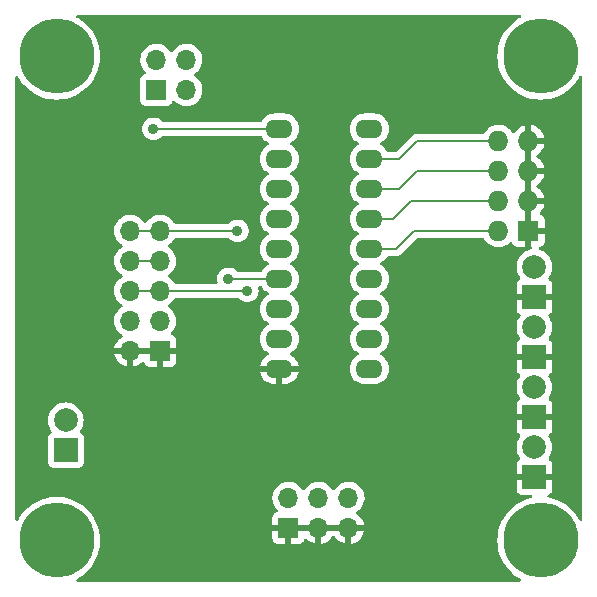
<source format=gbl>
%TF.GenerationSoftware,KiCad,Pcbnew,(6.0.1)*%
%TF.CreationDate,2022-05-17T17:55:12-04:00*%
%TF.ProjectId,I2CIO-8,49324349-4f2d-4382-9e6b-696361645f70,X3*%
%TF.SameCoordinates,Original*%
%TF.FileFunction,Copper,L2,Bot*%
%TF.FilePolarity,Positive*%
%FSLAX46Y46*%
G04 Gerber Fmt 4.6, Leading zero omitted, Abs format (unit mm)*
G04 Created by KiCad (PCBNEW (6.0.1)) date 2022-05-17 17:55:12*
%MOMM*%
%LPD*%
G01*
G04 APERTURE LIST*
%TA.AperFunction,ComponentPad*%
%ADD10O,2.300000X1.600000*%
%TD*%
%TA.AperFunction,ComponentPad*%
%ADD11R,1.727200X1.727200*%
%TD*%
%TA.AperFunction,ComponentPad*%
%ADD12O,1.727200X1.727200*%
%TD*%
%TA.AperFunction,ComponentPad*%
%ADD13R,2.000000X2.000000*%
%TD*%
%TA.AperFunction,ComponentPad*%
%ADD14C,2.000000*%
%TD*%
%TA.AperFunction,ComponentPad*%
%ADD15C,6.350000*%
%TD*%
%TA.AperFunction,ComponentPad*%
%ADD16R,1.700000X1.700000*%
%TD*%
%TA.AperFunction,ComponentPad*%
%ADD17O,1.700000X1.700000*%
%TD*%
%TA.AperFunction,ViaPad*%
%ADD18C,0.889000*%
%TD*%
%TA.AperFunction,Conductor*%
%ADD19C,0.203200*%
%TD*%
G04 APERTURE END LIST*
D10*
%TO.P,U1,1,SCL*%
%TO.N,/SCK*%
X22860000Y-10160000D03*
%TO.P,U1,2,SDA*%
%TO.N,/SDA*%
X22860000Y-12700000D03*
%TO.P,U1,3,A2*%
%TO.N,/A2*%
X22860000Y-15240000D03*
%TO.P,U1,4,A1*%
%TO.N,/A1*%
X22860000Y-17780000D03*
%TO.P,U1,5,A0*%
%TO.N,/A0*%
X22860000Y-20320000D03*
%TO.P,U1,6,~{RST}*%
%TO.N,/RST*%
X22860000Y-22860000D03*
%TO.P,U1,7*%
%TO.N,N/C*%
X22860000Y-25400000D03*
%TO.P,U1,8,INT*%
%TO.N,/INT*%
X22860000Y-27940000D03*
%TO.P,U1,9,VSS*%
%TO.N,GND*%
X22860000Y-30480000D03*
%TO.P,U1,10,GP0*%
%TO.N,/GP0*%
X30480000Y-30480000D03*
%TO.P,U1,11,GP1*%
%TO.N,/GP1*%
X30480000Y-27940000D03*
%TO.P,U1,12,GP2*%
%TO.N,/GP2*%
X30480000Y-25400000D03*
%TO.P,U1,13,GP3*%
%TO.N,/GP3*%
X30480000Y-22860000D03*
%TO.P,U1,14,GP4*%
%TO.N,/GP4*%
X30480000Y-20320000D03*
%TO.P,U1,15,GP5*%
%TO.N,/GP5*%
X30480000Y-17780000D03*
%TO.P,U1,16,GP6*%
%TO.N,/GP6*%
X30480000Y-15240000D03*
%TO.P,U1,17,GP7*%
%TO.N,/GP7*%
X30480000Y-12700000D03*
%TO.P,U1,18,VDD*%
%TO.N,VCC*%
X30480000Y-10160000D03*
%TD*%
D11*
%TO.P,H3,1,P1*%
%TO.N,GND*%
X43942000Y-18796000D03*
D12*
%TO.P,H3,2,P2*%
%TO.N,/GP4*%
X41402000Y-18796000D03*
%TO.P,H3,3,P3*%
%TO.N,GND*%
X43942000Y-16256000D03*
%TO.P,H3,4,P4*%
%TO.N,/GP5*%
X41402000Y-16256000D03*
%TO.P,H3,5,P5*%
%TO.N,GND*%
X43942000Y-13716000D03*
%TO.P,H3,6,P6*%
%TO.N,/GP6*%
X41402000Y-13716000D03*
%TO.P,H3,7,P7*%
%TO.N,GND*%
X43942000Y-11176000D03*
%TO.P,H3,8,P8*%
%TO.N,/GP7*%
X41402000Y-11176000D03*
%TD*%
D13*
%TO.P,D0,1,K*%
%TO.N,GND*%
X44450000Y-39654000D03*
D14*
%TO.P,D0,2,A*%
%TO.N,Net-(D0-Pad2)*%
X44450000Y-37114000D03*
%TD*%
D13*
%TO.P,D1,1,K*%
%TO.N,GND*%
X44450000Y-34574000D03*
D14*
%TO.P,D1,2,A*%
%TO.N,Net-(D1-Pad2)*%
X44450000Y-32034000D03*
%TD*%
D13*
%TO.P,D2,1,K*%
%TO.N,GND*%
X44450000Y-29494000D03*
D14*
%TO.P,D2,2,A*%
%TO.N,Net-(D2-Pad2)*%
X44450000Y-26954000D03*
%TD*%
D13*
%TO.P,D3,1,K*%
%TO.N,GND*%
X44450000Y-24384000D03*
D14*
%TO.P,D3,2,A*%
%TO.N,Net-(D3-Pad2)*%
X44450000Y-21844000D03*
%TD*%
D13*
%TO.P,D9,1,K*%
%TO.N,Net-(R11-Pad1)*%
X4776000Y-37368000D03*
D14*
%TO.P,D9,2,A*%
%TO.N,VCC*%
X4776000Y-34828000D03*
%TD*%
D15*
%TO.P,MTG1,1*%
%TO.N,N/C*%
X45000000Y-45000000D03*
%TD*%
D16*
%TO.P,H1,1,Pin_1*%
%TO.N,/SCK*%
X12441000Y-6863000D03*
D17*
%TO.P,H1,2,Pin_2*%
%TO.N,Net-(R1-Pad2)*%
X12441000Y-4323000D03*
%TO.P,H1,3,Pin_3*%
%TO.N,/SDA*%
X14981000Y-6863000D03*
%TO.P,H1,4,Pin_4*%
%TO.N,Net-(R2-Pad2)*%
X14981000Y-4323000D03*
%TD*%
D16*
%TO.P,J1,1,Pin_1*%
%TO.N,GND*%
X12762000Y-28951000D03*
D17*
%TO.P,J1,2,Pin_2*%
X10222000Y-28951000D03*
%TO.P,J1,3,Pin_3*%
%TO.N,VCC*%
X12762000Y-26411000D03*
%TO.P,J1,4,Pin_4*%
X10222000Y-26411000D03*
%TO.P,J1,5,Pin_5*%
%TO.N,/SDA*%
X12762000Y-23871000D03*
%TO.P,J1,6,Pin_6*%
X10222000Y-23871000D03*
%TO.P,J1,7,Pin_7*%
%TO.N,/SCK*%
X12762000Y-21331000D03*
%TO.P,J1,8,Pin_8*%
X10222000Y-21331000D03*
%TO.P,J1,9,Pin_9*%
%TO.N,/INT*%
X12762000Y-18791000D03*
%TO.P,J1,10,Pin_10*%
X10222000Y-18791000D03*
%TD*%
D16*
%TO.P,H2,1,P1*%
%TO.N,GND*%
X23622000Y-43942000D03*
D17*
%TO.P,H2,2,P2*%
%TO.N,/A0*%
X23622000Y-41402000D03*
%TO.P,H2,3,P3*%
%TO.N,GND*%
X26162000Y-43942000D03*
%TO.P,H2,4,P4*%
%TO.N,/A1*%
X26162000Y-41402000D03*
%TO.P,H2,5,P5*%
%TO.N,GND*%
X28702000Y-43942000D03*
%TO.P,H2,6,P6*%
%TO.N,/A2*%
X28702000Y-41402000D03*
%TD*%
D15*
%TO.P,MTG2,1*%
%TO.N,N/C*%
X4000000Y-4000000D03*
%TD*%
%TO.P,MTG4,1*%
%TO.N,N/C*%
X45000000Y-4000000D03*
%TD*%
%TO.P,MTG3,1*%
%TO.N,N/C*%
X4000000Y-45000000D03*
%TD*%
D18*
%TO.N,/RST*%
X18542000Y-22860000D03*
%TO.N,/SCK*%
X12192000Y-10160000D03*
%TO.N,/SDA*%
X20141211Y-23876000D03*
%TO.N,GND*%
X30480000Y-36195000D03*
%TO.N,/INT*%
X19304000Y-18796000D03*
%TD*%
D19*
%TO.N,/RST*%
X22860000Y-22860000D02*
X18542000Y-22860000D01*
%TO.N,/SCK*%
X12192000Y-10160000D02*
X22860000Y-10160000D01*
X10222000Y-21331000D02*
X12762000Y-21331000D01*
%TO.N,/SDA*%
X20136211Y-23871000D02*
X20141211Y-23876000D01*
X12762000Y-23871000D02*
X20136211Y-23871000D01*
X10222000Y-23871000D02*
X12762000Y-23871000D01*
%TO.N,/GP4*%
X32766000Y-20320000D02*
X34290000Y-18796000D01*
X34290000Y-18796000D02*
X41402000Y-18796000D01*
X30480000Y-20320000D02*
X32766000Y-20320000D01*
%TO.N,/GP5*%
X32512000Y-17780000D02*
X34036000Y-16256000D01*
X34036000Y-16256000D02*
X41402000Y-16256000D01*
X30480000Y-17780000D02*
X32512000Y-17780000D01*
%TO.N,/GP6*%
X33020000Y-15240000D02*
X34544000Y-13716000D01*
X34544000Y-13716000D02*
X41402000Y-13716000D01*
X30480000Y-15240000D02*
X33020000Y-15240000D01*
%TO.N,/GP7*%
X33020000Y-12700000D02*
X34544000Y-11176000D01*
X34544000Y-11176000D02*
X41402000Y-11176000D01*
X30480000Y-12700000D02*
X33020000Y-12700000D01*
%TO.N,/INT*%
X19299000Y-18791000D02*
X19304000Y-18796000D01*
X12762000Y-18791000D02*
X19299000Y-18791000D01*
X10222000Y-18791000D02*
X12762000Y-18791000D01*
%TD*%
%TA.AperFunction,Conductor*%
%TO.N,GND*%
G36*
X43283123Y-528002D02*
G01*
X43329616Y-581658D01*
X43339720Y-651932D01*
X43310226Y-716512D01*
X43272205Y-746267D01*
X43155723Y-805618D01*
X42831922Y-1015896D01*
X42531875Y-1258869D01*
X42258869Y-1531875D01*
X42015896Y-1831922D01*
X41805618Y-2155723D01*
X41630337Y-2499730D01*
X41491976Y-2860174D01*
X41392049Y-3233106D01*
X41380286Y-3307373D01*
X41332873Y-3606728D01*
X41331651Y-3614441D01*
X41311445Y-4000000D01*
X41331651Y-4385559D01*
X41392049Y-4766894D01*
X41491976Y-5139826D01*
X41630337Y-5500270D01*
X41631835Y-5503210D01*
X41804119Y-5841335D01*
X41805618Y-5844277D01*
X41807414Y-5847043D01*
X41807416Y-5847046D01*
X41854008Y-5918791D01*
X42015896Y-6168078D01*
X42258869Y-6468125D01*
X42531875Y-6741131D01*
X42831922Y-6984104D01*
X43155722Y-7194382D01*
X43158656Y-7195877D01*
X43158663Y-7195881D01*
X43480485Y-7359857D01*
X43499730Y-7369663D01*
X43860174Y-7508024D01*
X44233106Y-7607951D01*
X44435643Y-7640030D01*
X44611193Y-7667835D01*
X44611201Y-7667836D01*
X44614441Y-7668349D01*
X45000000Y-7688555D01*
X45385559Y-7668349D01*
X45388799Y-7667836D01*
X45388807Y-7667835D01*
X45564357Y-7640030D01*
X45766894Y-7607951D01*
X46139826Y-7508024D01*
X46500270Y-7369663D01*
X46519515Y-7359857D01*
X46841337Y-7195881D01*
X46841344Y-7195877D01*
X46844278Y-7194382D01*
X47168078Y-6984104D01*
X47468125Y-6741131D01*
X47741131Y-6468125D01*
X47984104Y-6168078D01*
X48145992Y-5918791D01*
X48192584Y-5847046D01*
X48192586Y-5847043D01*
X48194382Y-5844277D01*
X48234116Y-5766295D01*
X48253733Y-5727795D01*
X48302482Y-5676180D01*
X48371397Y-5659114D01*
X48438598Y-5682015D01*
X48482750Y-5737613D01*
X48492000Y-5784998D01*
X48492000Y-43215002D01*
X48471998Y-43283123D01*
X48418342Y-43329616D01*
X48348068Y-43339720D01*
X48283488Y-43310226D01*
X48253733Y-43272205D01*
X48195881Y-43158665D01*
X48194382Y-43155723D01*
X48150875Y-43088727D01*
X47985906Y-42834697D01*
X47984104Y-42831922D01*
X47741131Y-42531875D01*
X47468125Y-42258869D01*
X47168078Y-42015896D01*
X46844278Y-41805618D01*
X46841344Y-41804123D01*
X46841337Y-41804119D01*
X46503210Y-41631835D01*
X46500270Y-41630337D01*
X46139826Y-41491976D01*
X45766894Y-41392049D01*
X45649396Y-41373439D01*
X45585243Y-41343026D01*
X45547716Y-41282758D01*
X45548730Y-41211769D01*
X45587963Y-41152597D01*
X45624878Y-41131008D01*
X45688052Y-41107325D01*
X45703649Y-41098786D01*
X45805724Y-41022285D01*
X45818285Y-41009724D01*
X45894786Y-40907649D01*
X45903324Y-40892054D01*
X45948478Y-40771606D01*
X45952105Y-40756351D01*
X45957631Y-40705486D01*
X45958000Y-40698672D01*
X45958000Y-39926115D01*
X45953525Y-39910876D01*
X45952135Y-39909671D01*
X45944452Y-39908000D01*
X42960116Y-39908000D01*
X42944877Y-39912475D01*
X42943672Y-39913865D01*
X42942001Y-39921548D01*
X42942001Y-40698669D01*
X42942371Y-40705490D01*
X42947895Y-40756352D01*
X42951521Y-40771604D01*
X42996676Y-40892054D01*
X43005214Y-40907649D01*
X43081715Y-41009724D01*
X43094276Y-41022285D01*
X43196351Y-41098786D01*
X43211946Y-41107324D01*
X43332394Y-41152478D01*
X43347649Y-41156105D01*
X43398514Y-41161631D01*
X43405328Y-41162000D01*
X44134596Y-41162000D01*
X44202717Y-41182002D01*
X44249210Y-41235658D01*
X44259314Y-41305932D01*
X44229820Y-41370512D01*
X44167208Y-41409706D01*
X43860174Y-41491976D01*
X43499730Y-41630337D01*
X43496790Y-41631835D01*
X43158664Y-41804119D01*
X43158657Y-41804123D01*
X43155723Y-41805618D01*
X42831922Y-42015896D01*
X42531875Y-42258869D01*
X42258869Y-42531875D01*
X42015896Y-42831922D01*
X42014094Y-42834697D01*
X41849126Y-43088727D01*
X41805618Y-43155723D01*
X41804123Y-43158657D01*
X41804119Y-43158664D01*
X41735295Y-43293739D01*
X41630337Y-43499730D01*
X41491976Y-43860174D01*
X41392049Y-44233106D01*
X41391533Y-44236367D01*
X41333800Y-44600876D01*
X41331651Y-44614441D01*
X41311445Y-45000000D01*
X41331651Y-45385559D01*
X41332164Y-45388799D01*
X41332165Y-45388807D01*
X41359970Y-45564357D01*
X41392049Y-45766894D01*
X41491976Y-46139826D01*
X41630337Y-46500270D01*
X41805618Y-46844277D01*
X42015896Y-47168078D01*
X42258869Y-47468125D01*
X42531875Y-47741131D01*
X42831922Y-47984104D01*
X43155722Y-48194382D01*
X43158656Y-48195877D01*
X43158663Y-48195881D01*
X43272205Y-48253733D01*
X43323820Y-48302481D01*
X43340886Y-48371396D01*
X43317985Y-48438598D01*
X43262388Y-48482750D01*
X43215002Y-48492000D01*
X5784998Y-48492000D01*
X5716877Y-48471998D01*
X5670384Y-48418342D01*
X5660280Y-48348068D01*
X5689774Y-48283488D01*
X5727795Y-48253733D01*
X5841337Y-48195881D01*
X5841344Y-48195877D01*
X5844278Y-48194382D01*
X6168078Y-47984104D01*
X6468125Y-47741131D01*
X6741131Y-47468125D01*
X6984104Y-47168078D01*
X7194382Y-46844277D01*
X7369663Y-46500270D01*
X7508024Y-46139826D01*
X7607951Y-45766894D01*
X7640030Y-45564357D01*
X7667835Y-45388807D01*
X7667836Y-45388799D01*
X7668349Y-45385559D01*
X7688555Y-45000000D01*
X7679995Y-44836669D01*
X22264001Y-44836669D01*
X22264371Y-44843490D01*
X22269895Y-44894352D01*
X22273521Y-44909604D01*
X22318676Y-45030054D01*
X22327214Y-45045649D01*
X22403715Y-45147724D01*
X22416276Y-45160285D01*
X22518351Y-45236786D01*
X22533946Y-45245324D01*
X22654394Y-45290478D01*
X22669649Y-45294105D01*
X22720514Y-45299631D01*
X22727328Y-45300000D01*
X23349885Y-45300000D01*
X23365124Y-45295525D01*
X23366329Y-45294135D01*
X23368000Y-45286452D01*
X23368000Y-45281884D01*
X23876000Y-45281884D01*
X23880475Y-45297123D01*
X23881865Y-45298328D01*
X23889548Y-45299999D01*
X24516669Y-45299999D01*
X24523490Y-45299629D01*
X24574352Y-45294105D01*
X24589604Y-45290479D01*
X24710054Y-45245324D01*
X24725649Y-45236786D01*
X24827724Y-45160285D01*
X24840285Y-45147724D01*
X24916786Y-45045649D01*
X24925325Y-45030052D01*
X24966425Y-44920418D01*
X25009066Y-44863653D01*
X25075628Y-44838953D01*
X25144977Y-44854160D01*
X25179645Y-44882150D01*
X25205219Y-44911674D01*
X25212580Y-44918883D01*
X25376434Y-45054916D01*
X25384881Y-45060831D01*
X25568756Y-45168279D01*
X25578042Y-45172729D01*
X25777001Y-45248703D01*
X25786899Y-45251579D01*
X25890250Y-45272606D01*
X25904299Y-45271410D01*
X25908000Y-45261065D01*
X25908000Y-45260517D01*
X26416000Y-45260517D01*
X26420064Y-45274359D01*
X26433478Y-45276393D01*
X26440184Y-45275534D01*
X26450262Y-45273392D01*
X26654255Y-45212191D01*
X26663842Y-45208433D01*
X26855095Y-45114739D01*
X26863945Y-45109464D01*
X27037328Y-44985792D01*
X27045200Y-44979139D01*
X27196052Y-44828812D01*
X27202730Y-44820965D01*
X27330022Y-44643819D01*
X27331147Y-44644627D01*
X27378669Y-44600876D01*
X27448607Y-44588661D01*
X27514046Y-44616197D01*
X27541870Y-44648028D01*
X27599690Y-44742383D01*
X27605777Y-44750699D01*
X27745213Y-44911667D01*
X27752580Y-44918883D01*
X27916434Y-45054916D01*
X27924881Y-45060831D01*
X28108756Y-45168279D01*
X28118042Y-45172729D01*
X28317001Y-45248703D01*
X28326899Y-45251579D01*
X28430250Y-45272606D01*
X28444299Y-45271410D01*
X28448000Y-45261065D01*
X28448000Y-45260517D01*
X28956000Y-45260517D01*
X28960064Y-45274359D01*
X28973478Y-45276393D01*
X28980184Y-45275534D01*
X28990262Y-45273392D01*
X29194255Y-45212191D01*
X29203842Y-45208433D01*
X29395095Y-45114739D01*
X29403945Y-45109464D01*
X29577328Y-44985792D01*
X29585200Y-44979139D01*
X29736052Y-44828812D01*
X29742730Y-44820965D01*
X29867003Y-44648020D01*
X29872313Y-44639183D01*
X29966670Y-44448267D01*
X29970469Y-44438672D01*
X30032377Y-44234910D01*
X30034555Y-44224837D01*
X30035986Y-44213962D01*
X30033775Y-44199778D01*
X30020617Y-44196000D01*
X28974115Y-44196000D01*
X28958876Y-44200475D01*
X28957671Y-44201865D01*
X28956000Y-44209548D01*
X28956000Y-45260517D01*
X28448000Y-45260517D01*
X28448000Y-44214115D01*
X28443525Y-44198876D01*
X28442135Y-44197671D01*
X28434452Y-44196000D01*
X26434115Y-44196000D01*
X26418876Y-44200475D01*
X26417671Y-44201865D01*
X26416000Y-44209548D01*
X26416000Y-45260517D01*
X25908000Y-45260517D01*
X25908000Y-44214115D01*
X25903525Y-44198876D01*
X25902135Y-44197671D01*
X25894452Y-44196000D01*
X23894115Y-44196000D01*
X23878876Y-44200475D01*
X23877671Y-44201865D01*
X23876000Y-44209548D01*
X23876000Y-45281884D01*
X23368000Y-45281884D01*
X23368000Y-44214115D01*
X23363525Y-44198876D01*
X23362135Y-44197671D01*
X23354452Y-44196000D01*
X22282116Y-44196000D01*
X22266877Y-44200475D01*
X22265672Y-44201865D01*
X22264001Y-44209548D01*
X22264001Y-44836669D01*
X7679995Y-44836669D01*
X7668349Y-44614441D01*
X7666201Y-44600876D01*
X7608467Y-44236367D01*
X7607951Y-44233106D01*
X7508024Y-43860174D01*
X7369663Y-43499730D01*
X7264705Y-43293739D01*
X7195881Y-43158664D01*
X7195877Y-43158657D01*
X7194382Y-43155723D01*
X7150875Y-43088727D01*
X6985906Y-42834697D01*
X6984104Y-42831922D01*
X6741131Y-42531875D01*
X6468125Y-42258869D01*
X6168078Y-42015896D01*
X5844278Y-41805618D01*
X5841344Y-41804123D01*
X5841337Y-41804119D01*
X5503210Y-41631835D01*
X5500270Y-41630337D01*
X5139826Y-41491976D01*
X4766894Y-41392049D01*
X4619444Y-41368695D01*
X22259251Y-41368695D01*
X22259548Y-41373848D01*
X22259548Y-41373851D01*
X22271812Y-41586547D01*
X22272110Y-41591715D01*
X22273247Y-41596761D01*
X22273248Y-41596767D01*
X22293119Y-41684939D01*
X22321222Y-41809639D01*
X22405266Y-42016616D01*
X22456019Y-42099438D01*
X22519291Y-42202688D01*
X22521987Y-42207088D01*
X22668250Y-42375938D01*
X22672225Y-42379238D01*
X22672231Y-42379244D01*
X22677425Y-42383556D01*
X22717059Y-42442460D01*
X22718555Y-42513441D01*
X22681439Y-42573962D01*
X22641168Y-42598480D01*
X22533946Y-42638676D01*
X22518351Y-42647214D01*
X22416276Y-42723715D01*
X22403715Y-42736276D01*
X22327214Y-42838351D01*
X22318676Y-42853946D01*
X22273522Y-42974394D01*
X22269895Y-42989649D01*
X22264369Y-43040514D01*
X22264000Y-43047328D01*
X22264000Y-43669885D01*
X22268475Y-43685124D01*
X22269865Y-43686329D01*
X22277548Y-43688000D01*
X30020344Y-43688000D01*
X30033875Y-43684027D01*
X30035180Y-43674947D01*
X29993214Y-43507875D01*
X29989894Y-43498124D01*
X29904972Y-43302814D01*
X29900105Y-43293739D01*
X29784426Y-43114926D01*
X29778136Y-43106757D01*
X29634806Y-42949240D01*
X29627273Y-42942215D01*
X29460139Y-42810222D01*
X29451556Y-42804520D01*
X29414602Y-42784120D01*
X29364631Y-42733687D01*
X29349859Y-42664245D01*
X29374975Y-42597839D01*
X29402327Y-42571232D01*
X29425797Y-42554491D01*
X29581860Y-42443173D01*
X29606323Y-42418796D01*
X29736435Y-42289137D01*
X29740096Y-42285489D01*
X29799594Y-42202689D01*
X29867435Y-42108277D01*
X29870453Y-42104077D01*
X29891320Y-42061857D01*
X29967136Y-41908453D01*
X29967137Y-41908451D01*
X29969430Y-41903811D01*
X30034370Y-41690069D01*
X30063529Y-41468590D01*
X30065156Y-41402000D01*
X30046852Y-41179361D01*
X29992431Y-40962702D01*
X29903354Y-40757840D01*
X29782014Y-40570277D01*
X29631670Y-40405051D01*
X29627619Y-40401852D01*
X29627615Y-40401848D01*
X29460414Y-40269800D01*
X29460410Y-40269798D01*
X29456359Y-40266598D01*
X29260789Y-40158638D01*
X29255920Y-40156914D01*
X29255916Y-40156912D01*
X29055087Y-40085795D01*
X29055083Y-40085794D01*
X29050212Y-40084069D01*
X29045119Y-40083162D01*
X29045116Y-40083161D01*
X28835373Y-40045800D01*
X28835367Y-40045799D01*
X28830284Y-40044894D01*
X28756452Y-40043992D01*
X28612081Y-40042228D01*
X28612079Y-40042228D01*
X28606911Y-40042165D01*
X28386091Y-40075955D01*
X28173756Y-40145357D01*
X27975607Y-40248507D01*
X27971474Y-40251610D01*
X27971471Y-40251612D01*
X27947247Y-40269800D01*
X27796965Y-40382635D01*
X27642629Y-40544138D01*
X27535201Y-40701621D01*
X27480293Y-40746621D01*
X27409768Y-40754792D01*
X27346021Y-40723538D01*
X27325324Y-40699054D01*
X27244822Y-40574617D01*
X27244820Y-40574614D01*
X27242014Y-40570277D01*
X27091670Y-40405051D01*
X27087619Y-40401852D01*
X27087615Y-40401848D01*
X26920414Y-40269800D01*
X26920410Y-40269798D01*
X26916359Y-40266598D01*
X26720789Y-40158638D01*
X26715920Y-40156914D01*
X26715916Y-40156912D01*
X26515087Y-40085795D01*
X26515083Y-40085794D01*
X26510212Y-40084069D01*
X26505119Y-40083162D01*
X26505116Y-40083161D01*
X26295373Y-40045800D01*
X26295367Y-40045799D01*
X26290284Y-40044894D01*
X26216452Y-40043992D01*
X26072081Y-40042228D01*
X26072079Y-40042228D01*
X26066911Y-40042165D01*
X25846091Y-40075955D01*
X25633756Y-40145357D01*
X25435607Y-40248507D01*
X25431474Y-40251610D01*
X25431471Y-40251612D01*
X25407247Y-40269800D01*
X25256965Y-40382635D01*
X25102629Y-40544138D01*
X24995201Y-40701621D01*
X24940293Y-40746621D01*
X24869768Y-40754792D01*
X24806021Y-40723538D01*
X24785324Y-40699054D01*
X24704822Y-40574617D01*
X24704820Y-40574614D01*
X24702014Y-40570277D01*
X24551670Y-40405051D01*
X24547619Y-40401852D01*
X24547615Y-40401848D01*
X24380414Y-40269800D01*
X24380410Y-40269798D01*
X24376359Y-40266598D01*
X24180789Y-40158638D01*
X24175920Y-40156914D01*
X24175916Y-40156912D01*
X23975087Y-40085795D01*
X23975083Y-40085794D01*
X23970212Y-40084069D01*
X23965119Y-40083162D01*
X23965116Y-40083161D01*
X23755373Y-40045800D01*
X23755367Y-40045799D01*
X23750284Y-40044894D01*
X23676452Y-40043992D01*
X23532081Y-40042228D01*
X23532079Y-40042228D01*
X23526911Y-40042165D01*
X23306091Y-40075955D01*
X23093756Y-40145357D01*
X22895607Y-40248507D01*
X22891474Y-40251610D01*
X22891471Y-40251612D01*
X22867247Y-40269800D01*
X22716965Y-40382635D01*
X22562629Y-40544138D01*
X22436743Y-40728680D01*
X22389715Y-40829993D01*
X22353669Y-40907649D01*
X22342688Y-40931305D01*
X22282989Y-41146570D01*
X22259251Y-41368695D01*
X4619444Y-41368695D01*
X4564357Y-41359970D01*
X4388807Y-41332165D01*
X4388799Y-41332164D01*
X4385559Y-41331651D01*
X4000000Y-41311445D01*
X3614441Y-41331651D01*
X3611201Y-41332164D01*
X3611193Y-41332165D01*
X3435643Y-41359970D01*
X3233106Y-41392049D01*
X2860174Y-41491976D01*
X2499730Y-41630337D01*
X2496790Y-41631835D01*
X2158664Y-41804119D01*
X2158657Y-41804123D01*
X2155723Y-41805618D01*
X1831922Y-42015896D01*
X1531875Y-42258869D01*
X1258869Y-42531875D01*
X1015896Y-42831922D01*
X1014094Y-42834697D01*
X849126Y-43088727D01*
X805618Y-43155723D01*
X804119Y-43158665D01*
X746267Y-43272205D01*
X697518Y-43323820D01*
X628603Y-43340886D01*
X561402Y-43317985D01*
X517250Y-43262387D01*
X508000Y-43215002D01*
X508000Y-34828000D01*
X3262835Y-34828000D01*
X3281465Y-35064711D01*
X3336895Y-35295594D01*
X3427760Y-35514963D01*
X3430346Y-35519183D01*
X3549241Y-35713202D01*
X3549245Y-35713208D01*
X3551824Y-35717416D01*
X3555037Y-35721178D01*
X3555040Y-35721182D01*
X3561171Y-35728361D01*
X3590202Y-35793151D01*
X3579597Y-35863351D01*
X3533473Y-35915819D01*
X3529295Y-35917385D01*
X3412739Y-36004739D01*
X3325385Y-36121295D01*
X3274255Y-36257684D01*
X3267500Y-36319866D01*
X3267500Y-38416134D01*
X3274255Y-38478316D01*
X3325385Y-38614705D01*
X3412739Y-38731261D01*
X3529295Y-38818615D01*
X3665684Y-38869745D01*
X3727866Y-38876500D01*
X5824134Y-38876500D01*
X5886316Y-38869745D01*
X6022705Y-38818615D01*
X6139261Y-38731261D01*
X6226615Y-38614705D01*
X6277745Y-38478316D01*
X6284500Y-38416134D01*
X6284500Y-37114000D01*
X42936835Y-37114000D01*
X42955465Y-37350711D01*
X43010895Y-37581594D01*
X43101760Y-37800963D01*
X43104346Y-37805183D01*
X43223241Y-37999202D01*
X43223245Y-37999208D01*
X43225824Y-38003416D01*
X43229032Y-38007172D01*
X43229035Y-38007176D01*
X43235506Y-38014752D01*
X43264538Y-38079541D01*
X43253934Y-38149742D01*
X43207060Y-38203065D01*
X43200203Y-38207105D01*
X43196353Y-38209213D01*
X43094276Y-38285715D01*
X43081715Y-38298276D01*
X43005214Y-38400351D01*
X42996676Y-38415946D01*
X42951522Y-38536394D01*
X42947895Y-38551649D01*
X42942369Y-38602514D01*
X42942000Y-38609328D01*
X42942000Y-39381885D01*
X42946475Y-39397124D01*
X42947865Y-39398329D01*
X42955548Y-39400000D01*
X45939884Y-39400000D01*
X45955123Y-39395525D01*
X45956328Y-39394135D01*
X45957999Y-39386452D01*
X45957999Y-38609331D01*
X45957629Y-38602510D01*
X45952105Y-38551648D01*
X45948479Y-38536396D01*
X45903324Y-38415946D01*
X45894786Y-38400351D01*
X45818285Y-38298276D01*
X45805724Y-38285715D01*
X45703647Y-38209213D01*
X45699797Y-38207105D01*
X45696720Y-38204022D01*
X45696462Y-38203828D01*
X45696490Y-38203791D01*
X45649650Y-38156848D01*
X45634635Y-38087457D01*
X45659519Y-38020964D01*
X45664479Y-38014769D01*
X45674176Y-38003416D01*
X45798240Y-37800963D01*
X45889105Y-37581594D01*
X45944535Y-37350711D01*
X45963165Y-37114000D01*
X45944535Y-36877289D01*
X45889105Y-36646406D01*
X45798240Y-36427037D01*
X45734659Y-36323283D01*
X45676759Y-36228798D01*
X45676755Y-36228792D01*
X45674176Y-36224584D01*
X45664494Y-36213248D01*
X45635462Y-36148459D01*
X45646066Y-36078258D01*
X45692940Y-36024935D01*
X45699797Y-36020895D01*
X45703647Y-36018787D01*
X45805724Y-35942285D01*
X45818285Y-35929724D01*
X45894786Y-35827649D01*
X45903324Y-35812054D01*
X45948478Y-35691606D01*
X45952105Y-35676351D01*
X45957631Y-35625486D01*
X45958000Y-35618672D01*
X45958000Y-34846115D01*
X45953525Y-34830876D01*
X45952135Y-34829671D01*
X45944452Y-34828000D01*
X42960116Y-34828000D01*
X42944877Y-34832475D01*
X42943672Y-34833865D01*
X42942001Y-34841548D01*
X42942001Y-35618669D01*
X42942371Y-35625490D01*
X42947895Y-35676352D01*
X42951521Y-35691604D01*
X42996676Y-35812054D01*
X43005214Y-35827649D01*
X43081715Y-35929724D01*
X43094276Y-35942285D01*
X43196353Y-36018787D01*
X43200203Y-36020895D01*
X43203280Y-36023978D01*
X43203538Y-36024172D01*
X43203510Y-36024209D01*
X43250350Y-36071152D01*
X43265365Y-36140543D01*
X43240481Y-36207036D01*
X43235521Y-36213231D01*
X43225824Y-36224584D01*
X43101760Y-36427037D01*
X43010895Y-36646406D01*
X42955465Y-36877289D01*
X42936835Y-37114000D01*
X6284500Y-37114000D01*
X6284500Y-36319866D01*
X6277745Y-36257684D01*
X6226615Y-36121295D01*
X6139261Y-36004739D01*
X6022705Y-35917385D01*
X6022750Y-35917325D01*
X5975982Y-35870448D01*
X5960972Y-35801056D01*
X5985860Y-35734565D01*
X5990829Y-35728361D01*
X5996960Y-35721182D01*
X5996963Y-35721178D01*
X6000176Y-35717416D01*
X6002755Y-35713208D01*
X6002759Y-35713202D01*
X6121654Y-35519183D01*
X6124240Y-35514963D01*
X6215105Y-35295594D01*
X6270535Y-35064711D01*
X6289165Y-34828000D01*
X6270535Y-34591289D01*
X6215105Y-34360406D01*
X6213211Y-34355833D01*
X6126135Y-34145611D01*
X6126133Y-34145607D01*
X6124240Y-34141037D01*
X6121654Y-34136817D01*
X6002759Y-33942798D01*
X6002755Y-33942792D01*
X6000176Y-33938584D01*
X5845969Y-33758031D01*
X5665416Y-33603824D01*
X5661208Y-33601245D01*
X5661202Y-33601241D01*
X5467183Y-33482346D01*
X5462963Y-33479760D01*
X5458393Y-33477867D01*
X5458389Y-33477865D01*
X5248167Y-33390789D01*
X5248165Y-33390788D01*
X5243594Y-33388895D01*
X5163391Y-33369640D01*
X5017524Y-33334620D01*
X5017518Y-33334619D01*
X5012711Y-33333465D01*
X4776000Y-33314835D01*
X4539289Y-33333465D01*
X4534482Y-33334619D01*
X4534476Y-33334620D01*
X4388609Y-33369640D01*
X4308406Y-33388895D01*
X4303835Y-33390788D01*
X4303833Y-33390789D01*
X4093611Y-33477865D01*
X4093607Y-33477867D01*
X4089037Y-33479760D01*
X4084817Y-33482346D01*
X3890798Y-33601241D01*
X3890792Y-33601245D01*
X3886584Y-33603824D01*
X3706031Y-33758031D01*
X3551824Y-33938584D01*
X3549245Y-33942792D01*
X3549241Y-33942798D01*
X3430346Y-34136817D01*
X3427760Y-34141037D01*
X3425867Y-34145607D01*
X3425865Y-34145611D01*
X3338789Y-34355833D01*
X3336895Y-34360406D01*
X3281465Y-34591289D01*
X3262835Y-34828000D01*
X508000Y-34828000D01*
X508000Y-32034000D01*
X42936835Y-32034000D01*
X42955465Y-32270711D01*
X43010895Y-32501594D01*
X43101760Y-32720963D01*
X43104346Y-32725183D01*
X43223241Y-32919202D01*
X43223245Y-32919208D01*
X43225824Y-32923416D01*
X43229032Y-32927172D01*
X43229035Y-32927176D01*
X43235506Y-32934752D01*
X43264538Y-32999541D01*
X43253934Y-33069742D01*
X43207060Y-33123065D01*
X43200203Y-33127105D01*
X43196353Y-33129213D01*
X43094276Y-33205715D01*
X43081715Y-33218276D01*
X43005214Y-33320351D01*
X42996676Y-33335946D01*
X42951522Y-33456394D01*
X42947895Y-33471649D01*
X42942369Y-33522514D01*
X42942000Y-33529328D01*
X42942000Y-34301885D01*
X42946475Y-34317124D01*
X42947865Y-34318329D01*
X42955548Y-34320000D01*
X45939884Y-34320000D01*
X45955123Y-34315525D01*
X45956328Y-34314135D01*
X45957999Y-34306452D01*
X45957999Y-33529331D01*
X45957629Y-33522510D01*
X45952105Y-33471648D01*
X45948479Y-33456396D01*
X45903324Y-33335946D01*
X45894786Y-33320351D01*
X45818285Y-33218276D01*
X45805724Y-33205715D01*
X45703647Y-33129213D01*
X45699797Y-33127105D01*
X45696720Y-33124022D01*
X45696462Y-33123828D01*
X45696490Y-33123791D01*
X45649650Y-33076848D01*
X45634635Y-33007457D01*
X45659519Y-32940964D01*
X45664479Y-32934769D01*
X45674176Y-32923416D01*
X45798240Y-32720963D01*
X45889105Y-32501594D01*
X45944535Y-32270711D01*
X45963165Y-32034000D01*
X45944535Y-31797289D01*
X45941615Y-31785124D01*
X45908360Y-31646609D01*
X45889105Y-31566406D01*
X45887211Y-31561833D01*
X45800135Y-31351611D01*
X45800133Y-31351607D01*
X45798240Y-31347037D01*
X45786695Y-31328197D01*
X45676759Y-31148798D01*
X45676755Y-31148792D01*
X45674176Y-31144584D01*
X45664494Y-31133248D01*
X45635462Y-31068459D01*
X45646066Y-30998258D01*
X45692940Y-30944935D01*
X45699797Y-30940895D01*
X45703647Y-30938787D01*
X45805724Y-30862285D01*
X45818285Y-30849724D01*
X45894786Y-30747649D01*
X45903324Y-30732054D01*
X45948478Y-30611606D01*
X45952105Y-30596351D01*
X45957631Y-30545486D01*
X45958000Y-30538672D01*
X45958000Y-29766115D01*
X45953525Y-29750876D01*
X45952135Y-29749671D01*
X45944452Y-29748000D01*
X42960116Y-29748000D01*
X42944877Y-29752475D01*
X42943672Y-29753865D01*
X42942001Y-29761548D01*
X42942001Y-30538669D01*
X42942371Y-30545490D01*
X42947895Y-30596352D01*
X42951521Y-30611604D01*
X42996676Y-30732054D01*
X43005214Y-30747649D01*
X43081715Y-30849724D01*
X43094276Y-30862285D01*
X43196353Y-30938787D01*
X43200203Y-30940895D01*
X43203280Y-30943978D01*
X43203538Y-30944172D01*
X43203510Y-30944209D01*
X43250350Y-30991152D01*
X43265365Y-31060543D01*
X43240481Y-31127036D01*
X43235521Y-31133231D01*
X43225824Y-31144584D01*
X43101760Y-31347037D01*
X43099867Y-31351607D01*
X43099865Y-31351611D01*
X43012789Y-31561833D01*
X43010895Y-31566406D01*
X42991640Y-31646609D01*
X42958386Y-31785124D01*
X42955465Y-31797289D01*
X42936835Y-32034000D01*
X508000Y-32034000D01*
X508000Y-30746522D01*
X21227273Y-30746522D01*
X21274764Y-30923761D01*
X21278510Y-30934053D01*
X21370586Y-31131511D01*
X21376069Y-31141007D01*
X21501028Y-31319467D01*
X21508084Y-31327875D01*
X21662125Y-31481916D01*
X21670533Y-31488972D01*
X21848993Y-31613931D01*
X21858489Y-31619414D01*
X22055947Y-31711490D01*
X22066239Y-31715236D01*
X22276688Y-31771625D01*
X22287481Y-31773528D01*
X22450170Y-31787762D01*
X22455635Y-31788000D01*
X22587885Y-31788000D01*
X22603124Y-31783525D01*
X22604329Y-31782135D01*
X22606000Y-31774452D01*
X22606000Y-31769885D01*
X23114000Y-31769885D01*
X23118475Y-31785124D01*
X23119865Y-31786329D01*
X23127548Y-31788000D01*
X23264365Y-31788000D01*
X23269830Y-31787762D01*
X23432519Y-31773528D01*
X23443312Y-31771625D01*
X23653761Y-31715236D01*
X23664053Y-31711490D01*
X23861511Y-31619414D01*
X23871007Y-31613931D01*
X24049467Y-31488972D01*
X24057875Y-31481916D01*
X24211916Y-31327875D01*
X24218972Y-31319467D01*
X24343931Y-31141007D01*
X24349414Y-31131511D01*
X24441490Y-30934053D01*
X24445236Y-30923761D01*
X24491394Y-30751497D01*
X24491058Y-30737401D01*
X24483116Y-30734000D01*
X23132115Y-30734000D01*
X23116876Y-30738475D01*
X23115671Y-30739865D01*
X23114000Y-30747548D01*
X23114000Y-31769885D01*
X22606000Y-31769885D01*
X22606000Y-30752115D01*
X22601525Y-30736876D01*
X22600135Y-30735671D01*
X22592452Y-30734000D01*
X21242033Y-30734000D01*
X21228502Y-30737973D01*
X21227273Y-30746522D01*
X508000Y-30746522D01*
X508000Y-30480000D01*
X28816502Y-30480000D01*
X28836457Y-30708087D01*
X28837881Y-30713400D01*
X28837881Y-30713402D01*
X28877775Y-30862285D01*
X28895716Y-30929243D01*
X28898039Y-30934224D01*
X28898039Y-30934225D01*
X28990151Y-31131762D01*
X28990154Y-31131767D01*
X28992477Y-31136749D01*
X29123802Y-31324300D01*
X29285700Y-31486198D01*
X29290208Y-31489355D01*
X29290211Y-31489357D01*
X29368389Y-31544098D01*
X29473251Y-31617523D01*
X29478233Y-31619846D01*
X29478238Y-31619849D01*
X29674765Y-31711490D01*
X29680757Y-31714284D01*
X29686065Y-31715706D01*
X29686067Y-31715707D01*
X29896598Y-31772119D01*
X29896600Y-31772119D01*
X29901913Y-31773543D01*
X30000120Y-31782135D01*
X30070149Y-31788262D01*
X30070156Y-31788262D01*
X30072873Y-31788500D01*
X30887127Y-31788500D01*
X30889844Y-31788262D01*
X30889851Y-31788262D01*
X30959880Y-31782135D01*
X31058087Y-31773543D01*
X31063400Y-31772119D01*
X31063402Y-31772119D01*
X31273933Y-31715707D01*
X31273935Y-31715706D01*
X31279243Y-31714284D01*
X31285235Y-31711490D01*
X31481762Y-31619849D01*
X31481767Y-31619846D01*
X31486749Y-31617523D01*
X31591611Y-31544098D01*
X31669789Y-31489357D01*
X31669792Y-31489355D01*
X31674300Y-31486198D01*
X31836198Y-31324300D01*
X31967523Y-31136749D01*
X31969846Y-31131767D01*
X31969849Y-31131762D01*
X32061961Y-30934225D01*
X32061961Y-30934224D01*
X32064284Y-30929243D01*
X32082226Y-30862285D01*
X32122119Y-30713402D01*
X32122119Y-30713400D01*
X32123543Y-30708087D01*
X32143498Y-30480000D01*
X32123543Y-30251913D01*
X32064284Y-30030757D01*
X32061961Y-30025775D01*
X31969849Y-29828238D01*
X31969846Y-29828233D01*
X31967523Y-29823251D01*
X31836198Y-29635700D01*
X31674300Y-29473802D01*
X31669792Y-29470645D01*
X31669789Y-29470643D01*
X31591611Y-29415902D01*
X31486749Y-29342477D01*
X31481767Y-29340154D01*
X31481762Y-29340151D01*
X31447543Y-29324195D01*
X31394258Y-29277278D01*
X31374797Y-29209001D01*
X31395339Y-29141041D01*
X31447543Y-29095805D01*
X31481762Y-29079849D01*
X31481767Y-29079846D01*
X31486749Y-29077523D01*
X31591611Y-29004098D01*
X31669789Y-28949357D01*
X31669792Y-28949355D01*
X31674300Y-28946198D01*
X31836198Y-28784300D01*
X31967523Y-28596749D01*
X31969846Y-28591767D01*
X31969849Y-28591762D01*
X32061961Y-28394225D01*
X32061961Y-28394224D01*
X32064284Y-28389243D01*
X32067727Y-28376396D01*
X32122119Y-28173402D01*
X32122119Y-28173400D01*
X32123543Y-28168087D01*
X32143498Y-27940000D01*
X32123543Y-27711913D01*
X32118260Y-27692195D01*
X32065707Y-27496067D01*
X32065706Y-27496065D01*
X32064284Y-27490757D01*
X32034925Y-27427796D01*
X31969849Y-27288238D01*
X31969846Y-27288233D01*
X31967523Y-27283251D01*
X31894098Y-27178389D01*
X31839357Y-27100211D01*
X31839355Y-27100208D01*
X31836198Y-27095700D01*
X31694498Y-26954000D01*
X42936835Y-26954000D01*
X42955465Y-27190711D01*
X42956619Y-27195518D01*
X42956620Y-27195524D01*
X42977682Y-27283251D01*
X43010895Y-27421594D01*
X43012788Y-27426165D01*
X43012789Y-27426167D01*
X43077294Y-27581896D01*
X43101760Y-27640963D01*
X43104346Y-27645183D01*
X43223241Y-27839202D01*
X43223245Y-27839208D01*
X43225824Y-27843416D01*
X43229032Y-27847172D01*
X43229035Y-27847176D01*
X43235506Y-27854752D01*
X43264538Y-27919541D01*
X43253934Y-27989742D01*
X43207060Y-28043065D01*
X43200203Y-28047105D01*
X43196353Y-28049213D01*
X43094276Y-28125715D01*
X43081715Y-28138276D01*
X43005214Y-28240351D01*
X42996676Y-28255946D01*
X42951522Y-28376394D01*
X42947895Y-28391649D01*
X42942369Y-28442514D01*
X42942000Y-28449328D01*
X42942000Y-29221885D01*
X42946475Y-29237124D01*
X42947865Y-29238329D01*
X42955548Y-29240000D01*
X45939884Y-29240000D01*
X45955123Y-29235525D01*
X45956328Y-29234135D01*
X45957999Y-29226452D01*
X45957999Y-28449331D01*
X45957629Y-28442510D01*
X45952105Y-28391648D01*
X45948479Y-28376396D01*
X45903324Y-28255946D01*
X45894786Y-28240351D01*
X45818285Y-28138276D01*
X45805724Y-28125715D01*
X45703647Y-28049213D01*
X45699797Y-28047105D01*
X45696720Y-28044022D01*
X45696462Y-28043828D01*
X45696490Y-28043791D01*
X45649650Y-27996848D01*
X45634635Y-27927457D01*
X45659519Y-27860964D01*
X45664479Y-27854769D01*
X45674176Y-27843416D01*
X45798240Y-27640963D01*
X45822707Y-27581896D01*
X45887211Y-27426167D01*
X45887212Y-27426165D01*
X45889105Y-27421594D01*
X45922318Y-27283251D01*
X45943380Y-27195524D01*
X45943381Y-27195518D01*
X45944535Y-27190711D01*
X45963165Y-26954000D01*
X45944535Y-26717289D01*
X45941351Y-26704023D01*
X45905766Y-26555805D01*
X45889105Y-26486406D01*
X45886828Y-26480908D01*
X45800135Y-26271611D01*
X45800133Y-26271607D01*
X45798240Y-26267037D01*
X45750027Y-26188361D01*
X45676759Y-26068798D01*
X45676755Y-26068792D01*
X45674176Y-26064584D01*
X45670969Y-26060830D01*
X45670961Y-26060818D01*
X45647035Y-26032805D01*
X45618004Y-25968016D01*
X45628609Y-25897816D01*
X45675484Y-25844493D01*
X45682335Y-25840456D01*
X45703646Y-25828788D01*
X45805724Y-25752285D01*
X45818285Y-25739724D01*
X45894786Y-25637649D01*
X45903324Y-25622054D01*
X45948478Y-25501606D01*
X45952105Y-25486351D01*
X45957631Y-25435486D01*
X45958000Y-25428672D01*
X45958000Y-24656115D01*
X45953525Y-24640876D01*
X45952135Y-24639671D01*
X45944452Y-24638000D01*
X42960116Y-24638000D01*
X42944877Y-24642475D01*
X42943672Y-24643865D01*
X42942001Y-24651548D01*
X42942001Y-25428669D01*
X42942371Y-25435490D01*
X42947895Y-25486352D01*
X42951521Y-25501604D01*
X42996676Y-25622054D01*
X43005214Y-25637649D01*
X43081715Y-25739724D01*
X43094276Y-25752285D01*
X43196354Y-25828788D01*
X43217664Y-25840455D01*
X43267810Y-25890713D01*
X43282824Y-25960104D01*
X43257939Y-26026597D01*
X43252981Y-26032787D01*
X43225824Y-26064584D01*
X43101760Y-26267037D01*
X43099867Y-26271607D01*
X43099865Y-26271611D01*
X43013172Y-26480908D01*
X43010895Y-26486406D01*
X42994234Y-26555805D01*
X42958650Y-26704023D01*
X42955465Y-26717289D01*
X42936835Y-26954000D01*
X31694498Y-26954000D01*
X31674300Y-26933802D01*
X31669792Y-26930645D01*
X31669789Y-26930643D01*
X31591611Y-26875902D01*
X31486749Y-26802477D01*
X31481767Y-26800154D01*
X31481762Y-26800151D01*
X31447543Y-26784195D01*
X31394258Y-26737278D01*
X31374797Y-26669001D01*
X31395339Y-26601041D01*
X31447543Y-26555805D01*
X31481762Y-26539849D01*
X31481767Y-26539846D01*
X31486749Y-26537523D01*
X31591611Y-26464098D01*
X31669789Y-26409357D01*
X31669792Y-26409355D01*
X31674300Y-26406198D01*
X31836198Y-26244300D01*
X31967523Y-26056749D01*
X31969846Y-26051767D01*
X31969849Y-26051762D01*
X32061961Y-25854225D01*
X32061961Y-25854224D01*
X32064284Y-25849243D01*
X32066639Y-25840456D01*
X32122119Y-25633402D01*
X32122119Y-25633400D01*
X32123543Y-25628087D01*
X32143498Y-25400000D01*
X32123543Y-25171913D01*
X32115741Y-25142797D01*
X32065707Y-24956067D01*
X32065706Y-24956065D01*
X32064284Y-24950757D01*
X32014940Y-24844938D01*
X31969849Y-24748238D01*
X31969846Y-24748233D01*
X31967523Y-24743251D01*
X31893825Y-24638000D01*
X31839357Y-24560211D01*
X31839355Y-24560208D01*
X31836198Y-24555700D01*
X31674300Y-24393802D01*
X31669792Y-24390645D01*
X31669789Y-24390643D01*
X31591611Y-24335902D01*
X31486749Y-24262477D01*
X31481767Y-24260154D01*
X31481762Y-24260151D01*
X31447543Y-24244195D01*
X31394258Y-24197278D01*
X31374797Y-24129001D01*
X31395339Y-24061041D01*
X31447543Y-24015805D01*
X31481762Y-23999849D01*
X31481767Y-23999846D01*
X31486749Y-23997523D01*
X31622116Y-23902738D01*
X31669789Y-23869357D01*
X31669792Y-23869355D01*
X31674300Y-23866198D01*
X31836198Y-23704300D01*
X31967523Y-23516749D01*
X31969846Y-23511767D01*
X31969849Y-23511762D01*
X32061961Y-23314225D01*
X32061961Y-23314224D01*
X32064284Y-23309243D01*
X32075766Y-23266394D01*
X32122119Y-23093402D01*
X32122119Y-23093400D01*
X32123543Y-23088087D01*
X32143498Y-22860000D01*
X32123543Y-22631913D01*
X32115741Y-22602797D01*
X32065707Y-22416067D01*
X32065706Y-22416065D01*
X32064284Y-22410757D01*
X32024004Y-22324375D01*
X31969849Y-22208238D01*
X31969846Y-22208233D01*
X31967523Y-22203251D01*
X31881719Y-22080711D01*
X31839357Y-22020211D01*
X31839355Y-22020208D01*
X31836198Y-22015700D01*
X31674300Y-21853802D01*
X31669792Y-21850645D01*
X31669789Y-21850643D01*
X31660302Y-21844000D01*
X42936835Y-21844000D01*
X42955465Y-22080711D01*
X42956619Y-22085518D01*
X42956620Y-22085524D01*
X42978297Y-22175813D01*
X43010895Y-22311594D01*
X43012788Y-22316165D01*
X43012789Y-22316167D01*
X43084990Y-22490476D01*
X43101760Y-22530963D01*
X43104346Y-22535183D01*
X43223241Y-22729202D01*
X43223245Y-22729208D01*
X43225824Y-22733416D01*
X43229032Y-22737172D01*
X43229035Y-22737176D01*
X43235506Y-22744752D01*
X43264538Y-22809541D01*
X43253934Y-22879742D01*
X43207060Y-22933065D01*
X43200203Y-22937105D01*
X43196353Y-22939213D01*
X43094276Y-23015715D01*
X43081715Y-23028276D01*
X43005214Y-23130351D01*
X42996676Y-23145946D01*
X42951522Y-23266394D01*
X42947895Y-23281649D01*
X42942369Y-23332514D01*
X42942000Y-23339328D01*
X42942000Y-24111885D01*
X42946475Y-24127124D01*
X42947865Y-24128329D01*
X42955548Y-24130000D01*
X45939884Y-24130000D01*
X45955123Y-24125525D01*
X45956328Y-24124135D01*
X45957999Y-24116452D01*
X45957999Y-23339331D01*
X45957629Y-23332510D01*
X45952105Y-23281648D01*
X45948479Y-23266396D01*
X45903324Y-23145946D01*
X45894786Y-23130351D01*
X45818285Y-23028276D01*
X45805724Y-23015715D01*
X45703647Y-22939213D01*
X45699797Y-22937105D01*
X45696720Y-22934022D01*
X45696462Y-22933828D01*
X45696490Y-22933791D01*
X45649650Y-22886848D01*
X45634635Y-22817457D01*
X45659519Y-22750964D01*
X45664479Y-22744769D01*
X45674176Y-22733416D01*
X45798240Y-22530963D01*
X45815011Y-22490476D01*
X45887211Y-22316167D01*
X45887212Y-22316165D01*
X45889105Y-22311594D01*
X45921703Y-22175813D01*
X45943380Y-22085524D01*
X45943381Y-22085518D01*
X45944535Y-22080711D01*
X45963165Y-21844000D01*
X45944535Y-21607289D01*
X45940625Y-21590999D01*
X45908360Y-21456609D01*
X45889105Y-21376406D01*
X45871691Y-21334365D01*
X45800135Y-21161611D01*
X45800133Y-21161607D01*
X45798240Y-21157037D01*
X45768411Y-21108361D01*
X45676759Y-20958798D01*
X45676755Y-20958792D01*
X45674176Y-20954584D01*
X45519969Y-20774031D01*
X45339416Y-20619824D01*
X45335208Y-20617245D01*
X45335202Y-20617241D01*
X45141183Y-20498346D01*
X45136963Y-20495760D01*
X45132393Y-20493867D01*
X45132389Y-20493865D01*
X44922167Y-20406789D01*
X44922165Y-20406788D01*
X44917594Y-20404895D01*
X44912783Y-20403740D01*
X44908071Y-20402209D01*
X44908750Y-20400119D01*
X44855119Y-20369345D01*
X44822419Y-20306327D01*
X44828980Y-20235635D01*
X44872718Y-20179711D01*
X44916932Y-20159570D01*
X44923206Y-20158078D01*
X45043654Y-20112924D01*
X45059249Y-20104386D01*
X45161324Y-20027885D01*
X45173885Y-20015324D01*
X45250386Y-19913249D01*
X45258924Y-19897654D01*
X45304078Y-19777206D01*
X45307705Y-19761951D01*
X45313231Y-19711086D01*
X45313600Y-19704272D01*
X45313600Y-19068115D01*
X45309125Y-19052876D01*
X45307735Y-19051671D01*
X45300052Y-19050000D01*
X44214115Y-19050000D01*
X44198876Y-19054475D01*
X44197671Y-19055865D01*
X44196000Y-19063548D01*
X44196000Y-20149484D01*
X44206261Y-20184431D01*
X44223336Y-20211000D01*
X44223335Y-20281997D01*
X44184950Y-20341723D01*
X44131853Y-20369016D01*
X43982406Y-20404895D01*
X43977835Y-20406788D01*
X43977833Y-20406789D01*
X43767611Y-20493865D01*
X43767607Y-20493867D01*
X43763037Y-20495760D01*
X43758817Y-20498346D01*
X43564798Y-20617241D01*
X43564792Y-20617245D01*
X43560584Y-20619824D01*
X43380031Y-20774031D01*
X43225824Y-20954584D01*
X43223245Y-20958792D01*
X43223241Y-20958798D01*
X43131589Y-21108361D01*
X43101760Y-21157037D01*
X43099867Y-21161607D01*
X43099865Y-21161611D01*
X43028309Y-21334365D01*
X43010895Y-21376406D01*
X42991640Y-21456609D01*
X42959376Y-21590999D01*
X42955465Y-21607289D01*
X42936835Y-21844000D01*
X31660302Y-21844000D01*
X31591611Y-21795902D01*
X31486749Y-21722477D01*
X31481767Y-21720154D01*
X31481762Y-21720151D01*
X31447543Y-21704195D01*
X31394258Y-21657278D01*
X31374797Y-21589001D01*
X31395339Y-21521041D01*
X31447543Y-21475805D01*
X31481762Y-21459849D01*
X31481767Y-21459846D01*
X31486749Y-21457523D01*
X31609127Y-21371833D01*
X31669789Y-21329357D01*
X31669792Y-21329355D01*
X31674300Y-21326198D01*
X31836198Y-21164300D01*
X31844239Y-21152817D01*
X31962566Y-20983829D01*
X32018023Y-20939501D01*
X32065779Y-20930100D01*
X32690322Y-20930100D01*
X32700874Y-20930598D01*
X32708128Y-20932219D01*
X32773595Y-20930162D01*
X32777552Y-20930100D01*
X32804383Y-20930100D01*
X32808310Y-20929604D01*
X32809216Y-20929547D01*
X32819860Y-20928708D01*
X32862199Y-20927378D01*
X32880586Y-20922036D01*
X32899943Y-20918028D01*
X32911065Y-20916623D01*
X32911066Y-20916623D01*
X32918932Y-20915629D01*
X32929504Y-20911444D01*
X32958318Y-20900036D01*
X32969545Y-20896192D01*
X33002609Y-20886585D01*
X33002611Y-20886584D01*
X33010225Y-20884372D01*
X33026705Y-20874626D01*
X33044445Y-20865935D01*
X33062254Y-20858884D01*
X33096532Y-20833980D01*
X33106452Y-20827464D01*
X33136079Y-20809943D01*
X33136082Y-20809941D01*
X33142906Y-20805905D01*
X33156433Y-20792378D01*
X33171467Y-20779537D01*
X33180547Y-20772940D01*
X33180548Y-20772939D01*
X33186962Y-20768279D01*
X33213974Y-20735627D01*
X33221963Y-20726848D01*
X34505806Y-19443005D01*
X34568118Y-19408979D01*
X34594901Y-19406100D01*
X40095984Y-19406100D01*
X40164105Y-19426102D01*
X40203417Y-19466265D01*
X40290975Y-19609147D01*
X40438702Y-19779687D01*
X40554792Y-19876067D01*
X40592813Y-19907632D01*
X40612299Y-19923810D01*
X40616751Y-19926412D01*
X40616756Y-19926415D01*
X40746299Y-20002114D01*
X40807103Y-20037645D01*
X41017884Y-20118134D01*
X41022952Y-20119165D01*
X41022955Y-20119166D01*
X41113901Y-20137669D01*
X41238981Y-20163117D01*
X41244156Y-20163307D01*
X41244158Y-20163307D01*
X41459292Y-20171196D01*
X41459296Y-20171196D01*
X41464456Y-20171385D01*
X41469576Y-20170729D01*
X41469578Y-20170729D01*
X41540020Y-20161705D01*
X41688253Y-20142716D01*
X41693202Y-20141231D01*
X41693208Y-20141230D01*
X41899413Y-20079365D01*
X41899412Y-20079365D01*
X41904363Y-20077880D01*
X42059021Y-20002114D01*
X42102331Y-19980897D01*
X42102336Y-19980894D01*
X42106982Y-19978618D01*
X42111192Y-19975615D01*
X42111197Y-19975612D01*
X42286455Y-19850601D01*
X42286459Y-19850597D01*
X42290667Y-19847596D01*
X42382105Y-19756476D01*
X42444478Y-19722560D01*
X42515285Y-19727748D01*
X42572046Y-19770394D01*
X42589028Y-19801497D01*
X42625076Y-19897654D01*
X42633614Y-19913249D01*
X42710115Y-20015324D01*
X42722676Y-20027885D01*
X42824751Y-20104386D01*
X42840346Y-20112924D01*
X42960794Y-20158078D01*
X42976049Y-20161705D01*
X43026914Y-20167231D01*
X43033728Y-20167600D01*
X43669885Y-20167600D01*
X43685124Y-20163125D01*
X43686329Y-20161735D01*
X43688000Y-20154052D01*
X43688000Y-18523885D01*
X44196000Y-18523885D01*
X44200475Y-18539124D01*
X44201865Y-18540329D01*
X44209548Y-18542000D01*
X45295484Y-18542000D01*
X45310723Y-18537525D01*
X45311928Y-18536135D01*
X45313599Y-18528452D01*
X45313599Y-17887731D01*
X45313229Y-17880910D01*
X45307705Y-17830048D01*
X45304079Y-17814796D01*
X45258924Y-17694346D01*
X45250386Y-17678751D01*
X45173885Y-17576676D01*
X45161324Y-17564115D01*
X45059249Y-17487614D01*
X45043654Y-17479076D01*
X44946934Y-17442817D01*
X44890170Y-17400175D01*
X44865470Y-17333614D01*
X44880678Y-17264265D01*
X44902224Y-17235584D01*
X44986445Y-17151656D01*
X44993122Y-17143811D01*
X45118702Y-16969047D01*
X45124013Y-16960208D01*
X45219358Y-16767292D01*
X45223156Y-16757699D01*
X45285716Y-16551791D01*
X45287893Y-16541721D01*
X45289705Y-16527960D01*
X45287493Y-16513778D01*
X45274336Y-16510000D01*
X44214115Y-16510000D01*
X44198876Y-16514475D01*
X44197671Y-16515865D01*
X44196000Y-16523548D01*
X44196000Y-18523885D01*
X43688000Y-18523885D01*
X43688000Y-15983885D01*
X44196000Y-15983885D01*
X44200475Y-15999124D01*
X44201865Y-16000329D01*
X44209548Y-16002000D01*
X45274367Y-16002000D01*
X45287898Y-15998027D01*
X45289203Y-15988947D01*
X45246133Y-15817477D01*
X45242813Y-15807726D01*
X45156999Y-15610365D01*
X45152133Y-15601290D01*
X45035239Y-15420601D01*
X45028947Y-15412430D01*
X44884113Y-15253260D01*
X44876580Y-15246234D01*
X44707691Y-15112855D01*
X44699108Y-15107153D01*
X44679599Y-15096383D01*
X44629628Y-15045950D01*
X44614856Y-14976507D01*
X44639972Y-14910102D01*
X44667323Y-14883496D01*
X44826133Y-14770217D01*
X44834003Y-14763567D01*
X44986445Y-14611656D01*
X44993122Y-14603811D01*
X45118702Y-14429047D01*
X45124013Y-14420208D01*
X45219358Y-14227292D01*
X45223156Y-14217699D01*
X45285716Y-14011791D01*
X45287893Y-14001721D01*
X45289705Y-13987960D01*
X45287493Y-13973778D01*
X45274336Y-13970000D01*
X44214115Y-13970000D01*
X44198876Y-13974475D01*
X44197671Y-13975865D01*
X44196000Y-13983548D01*
X44196000Y-15983885D01*
X43688000Y-15983885D01*
X43688000Y-13443885D01*
X44196000Y-13443885D01*
X44200475Y-13459124D01*
X44201865Y-13460329D01*
X44209548Y-13462000D01*
X45274367Y-13462000D01*
X45287898Y-13458027D01*
X45289203Y-13448947D01*
X45246133Y-13277477D01*
X45242812Y-13267722D01*
X45156999Y-13070365D01*
X45152133Y-13061290D01*
X45035239Y-12880601D01*
X45028947Y-12872430D01*
X44884113Y-12713260D01*
X44876580Y-12706234D01*
X44707691Y-12572855D01*
X44699108Y-12567153D01*
X44679599Y-12556383D01*
X44629628Y-12505950D01*
X44614856Y-12436507D01*
X44639972Y-12370102D01*
X44667323Y-12343496D01*
X44826133Y-12230217D01*
X44834003Y-12223567D01*
X44986445Y-12071656D01*
X44993122Y-12063811D01*
X45118702Y-11889047D01*
X45124013Y-11880208D01*
X45219358Y-11687292D01*
X45223156Y-11677699D01*
X45285716Y-11471791D01*
X45287893Y-11461721D01*
X45289705Y-11447960D01*
X45287493Y-11433778D01*
X45274336Y-11430000D01*
X44214115Y-11430000D01*
X44198876Y-11434475D01*
X44197671Y-11435865D01*
X44196000Y-11443548D01*
X44196000Y-13443885D01*
X43688000Y-13443885D01*
X43688000Y-10903885D01*
X44196000Y-10903885D01*
X44200475Y-10919124D01*
X44201865Y-10920329D01*
X44209548Y-10922000D01*
X45274367Y-10922000D01*
X45287898Y-10918027D01*
X45289203Y-10908947D01*
X45246133Y-10737477D01*
X45242812Y-10727722D01*
X45156999Y-10530365D01*
X45152133Y-10521290D01*
X45035239Y-10340601D01*
X45028947Y-10332430D01*
X44884113Y-10173260D01*
X44876580Y-10166234D01*
X44707691Y-10032855D01*
X44699104Y-10027150D01*
X44510711Y-9923151D01*
X44501299Y-9918921D01*
X44298445Y-9847086D01*
X44288474Y-9844452D01*
X44213837Y-9831157D01*
X44200540Y-9832617D01*
X44196000Y-9847174D01*
X44196000Y-10903885D01*
X43688000Y-10903885D01*
X43688000Y-9845343D01*
X43684082Y-9831999D01*
X43669806Y-9830012D01*
X43628161Y-9836385D01*
X43618125Y-9838776D01*
X43413576Y-9905633D01*
X43404079Y-9909625D01*
X43213189Y-10008995D01*
X43204464Y-10014490D01*
X43032373Y-10143700D01*
X43024666Y-10150543D01*
X42875984Y-10306129D01*
X42869498Y-10314139D01*
X42775798Y-10451498D01*
X42720887Y-10496501D01*
X42650362Y-10504672D01*
X42586615Y-10473418D01*
X42565918Y-10448934D01*
X42495634Y-10340291D01*
X42495632Y-10340288D01*
X42492826Y-10335951D01*
X42340977Y-10169071D01*
X42336926Y-10165872D01*
X42336922Y-10165868D01*
X42167966Y-10032434D01*
X42167962Y-10032432D01*
X42163911Y-10029232D01*
X41966383Y-9920191D01*
X41753698Y-9844876D01*
X41724795Y-9839727D01*
X41536657Y-9806214D01*
X41536653Y-9806214D01*
X41531569Y-9805308D01*
X41459574Y-9804429D01*
X41311129Y-9802615D01*
X41311127Y-9802615D01*
X41305959Y-9802552D01*
X41082929Y-9836680D01*
X40868468Y-9906777D01*
X40668335Y-10010960D01*
X40664202Y-10014063D01*
X40664199Y-10014065D01*
X40639734Y-10032434D01*
X40487905Y-10146430D01*
X40332024Y-10309550D01*
X40204878Y-10495940D01*
X40202698Y-10500637D01*
X40201848Y-10502133D01*
X40150810Y-10551485D01*
X40092289Y-10565900D01*
X34619677Y-10565900D01*
X34609125Y-10565402D01*
X34601871Y-10563781D01*
X34539451Y-10565742D01*
X34536405Y-10565838D01*
X34532448Y-10565900D01*
X34505617Y-10565900D01*
X34501690Y-10566396D01*
X34500784Y-10566453D01*
X34490140Y-10567292D01*
X34447801Y-10568622D01*
X34429414Y-10573964D01*
X34410057Y-10577972D01*
X34391068Y-10580371D01*
X34351680Y-10595965D01*
X34340457Y-10599807D01*
X34307390Y-10609415D01*
X34307388Y-10609416D01*
X34299774Y-10611628D01*
X34283293Y-10621375D01*
X34265551Y-10630067D01*
X34247746Y-10637116D01*
X34241332Y-10641776D01*
X34213472Y-10662017D01*
X34203552Y-10668533D01*
X34173920Y-10686057D01*
X34173917Y-10686059D01*
X34167093Y-10690095D01*
X34153562Y-10703626D01*
X34138530Y-10716465D01*
X34123038Y-10727721D01*
X34117985Y-10733829D01*
X34096031Y-10760367D01*
X34088041Y-10769147D01*
X32804193Y-12052995D01*
X32741881Y-12087021D01*
X32715098Y-12089900D01*
X32065779Y-12089900D01*
X31997658Y-12069898D01*
X31962566Y-12036171D01*
X31839357Y-11860211D01*
X31839355Y-11860208D01*
X31836198Y-11855700D01*
X31674300Y-11693802D01*
X31669792Y-11690645D01*
X31669789Y-11690643D01*
X31591611Y-11635902D01*
X31486749Y-11562477D01*
X31481767Y-11560154D01*
X31481762Y-11560151D01*
X31447543Y-11544195D01*
X31394258Y-11497278D01*
X31374797Y-11429001D01*
X31395339Y-11361041D01*
X31447543Y-11315805D01*
X31481762Y-11299849D01*
X31481767Y-11299846D01*
X31486749Y-11297523D01*
X31591611Y-11224098D01*
X31669789Y-11169357D01*
X31669792Y-11169355D01*
X31674300Y-11166198D01*
X31836198Y-11004300D01*
X31967523Y-10816749D01*
X31969846Y-10811767D01*
X31969849Y-10811762D01*
X32061961Y-10614225D01*
X32061961Y-10614224D01*
X32064284Y-10609243D01*
X32066813Y-10599807D01*
X32122119Y-10393402D01*
X32122119Y-10393400D01*
X32123543Y-10388087D01*
X32143498Y-10160000D01*
X32123543Y-9931913D01*
X32100684Y-9846602D01*
X32065707Y-9716067D01*
X32065706Y-9716065D01*
X32064284Y-9710757D01*
X32024004Y-9624375D01*
X31969849Y-9508238D01*
X31969846Y-9508233D01*
X31967523Y-9503251D01*
X31836198Y-9315700D01*
X31674300Y-9153802D01*
X31669792Y-9150645D01*
X31669789Y-9150643D01*
X31591611Y-9095902D01*
X31486749Y-9022477D01*
X31481767Y-9020154D01*
X31481762Y-9020151D01*
X31284225Y-8928039D01*
X31284224Y-8928039D01*
X31279243Y-8925716D01*
X31273935Y-8924294D01*
X31273933Y-8924293D01*
X31063402Y-8867881D01*
X31063400Y-8867881D01*
X31058087Y-8866457D01*
X30958520Y-8857746D01*
X30889851Y-8851738D01*
X30889844Y-8851738D01*
X30887127Y-8851500D01*
X30072873Y-8851500D01*
X30070156Y-8851738D01*
X30070149Y-8851738D01*
X30001480Y-8857746D01*
X29901913Y-8866457D01*
X29896600Y-8867881D01*
X29896598Y-8867881D01*
X29686067Y-8924293D01*
X29686065Y-8924294D01*
X29680757Y-8925716D01*
X29675776Y-8928039D01*
X29675775Y-8928039D01*
X29478238Y-9020151D01*
X29478233Y-9020154D01*
X29473251Y-9022477D01*
X29368389Y-9095902D01*
X29290211Y-9150643D01*
X29290208Y-9150645D01*
X29285700Y-9153802D01*
X29123802Y-9315700D01*
X28992477Y-9503251D01*
X28990154Y-9508233D01*
X28990151Y-9508238D01*
X28935996Y-9624375D01*
X28895716Y-9710757D01*
X28894294Y-9716065D01*
X28894293Y-9716067D01*
X28859316Y-9846602D01*
X28836457Y-9931913D01*
X28816502Y-10160000D01*
X28836457Y-10388087D01*
X28837881Y-10393400D01*
X28837881Y-10393402D01*
X28893188Y-10599807D01*
X28895716Y-10609243D01*
X28898039Y-10614224D01*
X28898039Y-10614225D01*
X28990151Y-10811762D01*
X28990154Y-10811767D01*
X28992477Y-10816749D01*
X29123802Y-11004300D01*
X29285700Y-11166198D01*
X29290208Y-11169355D01*
X29290211Y-11169357D01*
X29368389Y-11224098D01*
X29473251Y-11297523D01*
X29478233Y-11299846D01*
X29478238Y-11299849D01*
X29512457Y-11315805D01*
X29565742Y-11362722D01*
X29585203Y-11430999D01*
X29564661Y-11498959D01*
X29512457Y-11544195D01*
X29478238Y-11560151D01*
X29478233Y-11560154D01*
X29473251Y-11562477D01*
X29368389Y-11635902D01*
X29290211Y-11690643D01*
X29290208Y-11690645D01*
X29285700Y-11693802D01*
X29123802Y-11855700D01*
X29120645Y-11860208D01*
X29120643Y-11860211D01*
X29065902Y-11938389D01*
X28992477Y-12043251D01*
X28990154Y-12048233D01*
X28990151Y-12048238D01*
X28906516Y-12227596D01*
X28895716Y-12250757D01*
X28894294Y-12256065D01*
X28894293Y-12256067D01*
X28845944Y-12436507D01*
X28836457Y-12471913D01*
X28816502Y-12700000D01*
X28836457Y-12928087D01*
X28837881Y-12933400D01*
X28837881Y-12933402D01*
X28893188Y-13139807D01*
X28895716Y-13149243D01*
X28898039Y-13154224D01*
X28898039Y-13154225D01*
X28990151Y-13351762D01*
X28990154Y-13351767D01*
X28992477Y-13356749D01*
X29123802Y-13544300D01*
X29285700Y-13706198D01*
X29290208Y-13709355D01*
X29290211Y-13709357D01*
X29368389Y-13764098D01*
X29473251Y-13837523D01*
X29478233Y-13839846D01*
X29478238Y-13839849D01*
X29512457Y-13855805D01*
X29565742Y-13902722D01*
X29585203Y-13970999D01*
X29564661Y-14038959D01*
X29512457Y-14084195D01*
X29478238Y-14100151D01*
X29478233Y-14100154D01*
X29473251Y-14102477D01*
X29368389Y-14175902D01*
X29290211Y-14230643D01*
X29290208Y-14230645D01*
X29285700Y-14233802D01*
X29123802Y-14395700D01*
X29120645Y-14400208D01*
X29120643Y-14400211D01*
X29065902Y-14478389D01*
X28992477Y-14583251D01*
X28990154Y-14588233D01*
X28990151Y-14588238D01*
X28906516Y-14767596D01*
X28895716Y-14790757D01*
X28894294Y-14796065D01*
X28894293Y-14796067D01*
X28845944Y-14976507D01*
X28836457Y-15011913D01*
X28816502Y-15240000D01*
X28836457Y-15468087D01*
X28837881Y-15473400D01*
X28837881Y-15473402D01*
X28893188Y-15679807D01*
X28895716Y-15689243D01*
X28898039Y-15694224D01*
X28898039Y-15694225D01*
X28990151Y-15891762D01*
X28990154Y-15891767D01*
X28992477Y-15896749D01*
X29123802Y-16084300D01*
X29285700Y-16246198D01*
X29290208Y-16249355D01*
X29290211Y-16249357D01*
X29368389Y-16304098D01*
X29473251Y-16377523D01*
X29478233Y-16379846D01*
X29478238Y-16379849D01*
X29512457Y-16395805D01*
X29565742Y-16442722D01*
X29585203Y-16510999D01*
X29564661Y-16578959D01*
X29512457Y-16624195D01*
X29478238Y-16640151D01*
X29478233Y-16640154D01*
X29473251Y-16642477D01*
X29368389Y-16715902D01*
X29290211Y-16770643D01*
X29290208Y-16770645D01*
X29285700Y-16773802D01*
X29123802Y-16935700D01*
X29120645Y-16940208D01*
X29120643Y-16940211D01*
X29065902Y-17018389D01*
X28992477Y-17123251D01*
X28990154Y-17128233D01*
X28990151Y-17128238D01*
X28906516Y-17307596D01*
X28895716Y-17330757D01*
X28894294Y-17336065D01*
X28894293Y-17336067D01*
X28843896Y-17524149D01*
X28836457Y-17551913D01*
X28816502Y-17780000D01*
X28836457Y-18008087D01*
X28837881Y-18013400D01*
X28837881Y-18013402D01*
X28893188Y-18219807D01*
X28895716Y-18229243D01*
X28898039Y-18234224D01*
X28898039Y-18234225D01*
X28990151Y-18431762D01*
X28990154Y-18431767D01*
X28992477Y-18436749D01*
X29123802Y-18624300D01*
X29285700Y-18786198D01*
X29290208Y-18789355D01*
X29290211Y-18789357D01*
X29337884Y-18822738D01*
X29473251Y-18917523D01*
X29478233Y-18919846D01*
X29478238Y-18919849D01*
X29512457Y-18935805D01*
X29565742Y-18982722D01*
X29585203Y-19050999D01*
X29564661Y-19118959D01*
X29512457Y-19164195D01*
X29478238Y-19180151D01*
X29478233Y-19180154D01*
X29473251Y-19182477D01*
X29368389Y-19255902D01*
X29290211Y-19310643D01*
X29290208Y-19310645D01*
X29285700Y-19313802D01*
X29123802Y-19475700D01*
X29120645Y-19480208D01*
X29120643Y-19480211D01*
X29103212Y-19505105D01*
X28992477Y-19663251D01*
X28990154Y-19668233D01*
X28990151Y-19668238D01*
X28906516Y-19847596D01*
X28895716Y-19870757D01*
X28894294Y-19876065D01*
X28894293Y-19876067D01*
X28844259Y-20062797D01*
X28836457Y-20091913D01*
X28816502Y-20320000D01*
X28836457Y-20548087D01*
X28837881Y-20553400D01*
X28837881Y-20553402D01*
X28867081Y-20662375D01*
X28895716Y-20769243D01*
X28898039Y-20774224D01*
X28898039Y-20774225D01*
X28990151Y-20971762D01*
X28990154Y-20971767D01*
X28992477Y-20976749D01*
X29123802Y-21164300D01*
X29285700Y-21326198D01*
X29290208Y-21329355D01*
X29290211Y-21329357D01*
X29350873Y-21371833D01*
X29473251Y-21457523D01*
X29478233Y-21459846D01*
X29478238Y-21459849D01*
X29512457Y-21475805D01*
X29565742Y-21522722D01*
X29585203Y-21590999D01*
X29564661Y-21658959D01*
X29512457Y-21704195D01*
X29478238Y-21720151D01*
X29478233Y-21720154D01*
X29473251Y-21722477D01*
X29368389Y-21795902D01*
X29290211Y-21850643D01*
X29290208Y-21850645D01*
X29285700Y-21853802D01*
X29123802Y-22015700D01*
X29120645Y-22020208D01*
X29120643Y-22020211D01*
X29078281Y-22080711D01*
X28992477Y-22203251D01*
X28990154Y-22208233D01*
X28990151Y-22208238D01*
X28935996Y-22324375D01*
X28895716Y-22410757D01*
X28894294Y-22416065D01*
X28894293Y-22416067D01*
X28844259Y-22602797D01*
X28836457Y-22631913D01*
X28816502Y-22860000D01*
X28836457Y-23088087D01*
X28837881Y-23093400D01*
X28837881Y-23093402D01*
X28884235Y-23266394D01*
X28895716Y-23309243D01*
X28898039Y-23314224D01*
X28898039Y-23314225D01*
X28990151Y-23511762D01*
X28990154Y-23511767D01*
X28992477Y-23516749D01*
X29123802Y-23704300D01*
X29285700Y-23866198D01*
X29290208Y-23869355D01*
X29290211Y-23869357D01*
X29337884Y-23902738D01*
X29473251Y-23997523D01*
X29478233Y-23999846D01*
X29478238Y-23999849D01*
X29512457Y-24015805D01*
X29565742Y-24062722D01*
X29585203Y-24130999D01*
X29564661Y-24198959D01*
X29512457Y-24244195D01*
X29478238Y-24260151D01*
X29478233Y-24260154D01*
X29473251Y-24262477D01*
X29368389Y-24335902D01*
X29290211Y-24390643D01*
X29290208Y-24390645D01*
X29285700Y-24393802D01*
X29123802Y-24555700D01*
X29120645Y-24560208D01*
X29120643Y-24560211D01*
X29066175Y-24638000D01*
X28992477Y-24743251D01*
X28990154Y-24748233D01*
X28990151Y-24748238D01*
X28945060Y-24844938D01*
X28895716Y-24950757D01*
X28894294Y-24956065D01*
X28894293Y-24956067D01*
X28844259Y-25142797D01*
X28836457Y-25171913D01*
X28816502Y-25400000D01*
X28836457Y-25628087D01*
X28837881Y-25633400D01*
X28837881Y-25633402D01*
X28893362Y-25840456D01*
X28895716Y-25849243D01*
X28898039Y-25854224D01*
X28898039Y-25854225D01*
X28990151Y-26051762D01*
X28990154Y-26051767D01*
X28992477Y-26056749D01*
X29123802Y-26244300D01*
X29285700Y-26406198D01*
X29290208Y-26409355D01*
X29290211Y-26409357D01*
X29368389Y-26464098D01*
X29473251Y-26537523D01*
X29478233Y-26539846D01*
X29478238Y-26539849D01*
X29512457Y-26555805D01*
X29565742Y-26602722D01*
X29585203Y-26670999D01*
X29564661Y-26738959D01*
X29512457Y-26784195D01*
X29478238Y-26800151D01*
X29478233Y-26800154D01*
X29473251Y-26802477D01*
X29368389Y-26875902D01*
X29290211Y-26930643D01*
X29290208Y-26930645D01*
X29285700Y-26933802D01*
X29123802Y-27095700D01*
X29120645Y-27100208D01*
X29120643Y-27100211D01*
X29065902Y-27178389D01*
X28992477Y-27283251D01*
X28990154Y-27288233D01*
X28990151Y-27288238D01*
X28925075Y-27427796D01*
X28895716Y-27490757D01*
X28894294Y-27496065D01*
X28894293Y-27496067D01*
X28841740Y-27692195D01*
X28836457Y-27711913D01*
X28816502Y-27940000D01*
X28836457Y-28168087D01*
X28837881Y-28173400D01*
X28837881Y-28173402D01*
X28892274Y-28376396D01*
X28895716Y-28389243D01*
X28898039Y-28394224D01*
X28898039Y-28394225D01*
X28990151Y-28591762D01*
X28990154Y-28591767D01*
X28992477Y-28596749D01*
X29123802Y-28784300D01*
X29285700Y-28946198D01*
X29290208Y-28949355D01*
X29290211Y-28949357D01*
X29368389Y-29004098D01*
X29473251Y-29077523D01*
X29478233Y-29079846D01*
X29478238Y-29079849D01*
X29512457Y-29095805D01*
X29565742Y-29142722D01*
X29585203Y-29210999D01*
X29564661Y-29278959D01*
X29512457Y-29324195D01*
X29478238Y-29340151D01*
X29478233Y-29340154D01*
X29473251Y-29342477D01*
X29368389Y-29415902D01*
X29290211Y-29470643D01*
X29290208Y-29470645D01*
X29285700Y-29473802D01*
X29123802Y-29635700D01*
X28992477Y-29823251D01*
X28990154Y-29828233D01*
X28990151Y-29828238D01*
X28898039Y-30025775D01*
X28895716Y-30030757D01*
X28836457Y-30251913D01*
X28816502Y-30480000D01*
X508000Y-30480000D01*
X508000Y-29218966D01*
X8890257Y-29218966D01*
X8920565Y-29353446D01*
X8923645Y-29363275D01*
X9003770Y-29560603D01*
X9008413Y-29569794D01*
X9119694Y-29751388D01*
X9125777Y-29759699D01*
X9265213Y-29920667D01*
X9272580Y-29927883D01*
X9436434Y-30063916D01*
X9444881Y-30069831D01*
X9628756Y-30177279D01*
X9638042Y-30181729D01*
X9837001Y-30257703D01*
X9846899Y-30260579D01*
X9950250Y-30281606D01*
X9964299Y-30280410D01*
X9968000Y-30270065D01*
X9968000Y-30269517D01*
X10476000Y-30269517D01*
X10480064Y-30283359D01*
X10493478Y-30285393D01*
X10500184Y-30284534D01*
X10510262Y-30282392D01*
X10714255Y-30221191D01*
X10723842Y-30217433D01*
X10915095Y-30123739D01*
X10923945Y-30118464D01*
X11097328Y-29994792D01*
X11105200Y-29988139D01*
X11210286Y-29883418D01*
X11272657Y-29849501D01*
X11343464Y-29854689D01*
X11400226Y-29897335D01*
X11417208Y-29928439D01*
X11458675Y-30039052D01*
X11467214Y-30054649D01*
X11543715Y-30156724D01*
X11556276Y-30169285D01*
X11658351Y-30245786D01*
X11673946Y-30254324D01*
X11794394Y-30299478D01*
X11809649Y-30303105D01*
X11860514Y-30308631D01*
X11867328Y-30309000D01*
X12489885Y-30309000D01*
X12505124Y-30304525D01*
X12506329Y-30303135D01*
X12508000Y-30295452D01*
X12508000Y-30290884D01*
X13016000Y-30290884D01*
X13020475Y-30306123D01*
X13021865Y-30307328D01*
X13029548Y-30308999D01*
X13656669Y-30308999D01*
X13663490Y-30308629D01*
X13714352Y-30303105D01*
X13729604Y-30299479D01*
X13850054Y-30254324D01*
X13865649Y-30245786D01*
X13967724Y-30169285D01*
X13980285Y-30156724D01*
X14056786Y-30054649D01*
X14065324Y-30039054D01*
X14110478Y-29918606D01*
X14114105Y-29903351D01*
X14119631Y-29852486D01*
X14120000Y-29845672D01*
X14120000Y-29223115D01*
X14115525Y-29207876D01*
X14114135Y-29206671D01*
X14106452Y-29205000D01*
X13034115Y-29205000D01*
X13018876Y-29209475D01*
X13017671Y-29210865D01*
X13016000Y-29218548D01*
X13016000Y-30290884D01*
X12508000Y-30290884D01*
X12508000Y-29223115D01*
X12503525Y-29207876D01*
X12502135Y-29206671D01*
X12494452Y-29205000D01*
X10494115Y-29205000D01*
X10478876Y-29209475D01*
X10477671Y-29210865D01*
X10476000Y-29218548D01*
X10476000Y-30269517D01*
X9968000Y-30269517D01*
X9968000Y-29223115D01*
X9963525Y-29207876D01*
X9962135Y-29206671D01*
X9954452Y-29205000D01*
X8905225Y-29205000D01*
X8891694Y-29208973D01*
X8890257Y-29218966D01*
X508000Y-29218966D01*
X508000Y-26377695D01*
X8859251Y-26377695D01*
X8859548Y-26382848D01*
X8859548Y-26382851D01*
X8871812Y-26595547D01*
X8872110Y-26600715D01*
X8873247Y-26605761D01*
X8873248Y-26605767D01*
X8879675Y-26634284D01*
X8921222Y-26818639D01*
X9005266Y-27025616D01*
X9045825Y-27091803D01*
X9119291Y-27211688D01*
X9121987Y-27216088D01*
X9268250Y-27384938D01*
X9440126Y-27527632D01*
X9501860Y-27563706D01*
X9513955Y-27570774D01*
X9562679Y-27622412D01*
X9575750Y-27692195D01*
X9549019Y-27757967D01*
X9508562Y-27791327D01*
X9500457Y-27795546D01*
X9491738Y-27801036D01*
X9321433Y-27928905D01*
X9313726Y-27935748D01*
X9166590Y-28089717D01*
X9160104Y-28097727D01*
X9040098Y-28273649D01*
X9035000Y-28282623D01*
X8945338Y-28475783D01*
X8941775Y-28485470D01*
X8886389Y-28685183D01*
X8887912Y-28693607D01*
X8900292Y-28697000D01*
X14101884Y-28697000D01*
X14117123Y-28692525D01*
X14118328Y-28691135D01*
X14119999Y-28683452D01*
X14119999Y-28056331D01*
X14119629Y-28049510D01*
X14114105Y-27998648D01*
X14110479Y-27983396D01*
X14065324Y-27862946D01*
X14056786Y-27847351D01*
X13980285Y-27745276D01*
X13967724Y-27732715D01*
X13865649Y-27656214D01*
X13850054Y-27647676D01*
X13739813Y-27606348D01*
X13683049Y-27563706D01*
X13658349Y-27497145D01*
X13673557Y-27427796D01*
X13695104Y-27399115D01*
X13796430Y-27298144D01*
X13796440Y-27298132D01*
X13800096Y-27294489D01*
X13859594Y-27211689D01*
X13927435Y-27117277D01*
X13930453Y-27113077D01*
X13951320Y-27070857D01*
X14027136Y-26917453D01*
X14027137Y-26917451D01*
X14029430Y-26912811D01*
X14068507Y-26784195D01*
X14092865Y-26704023D01*
X14092865Y-26704021D01*
X14094370Y-26699069D01*
X14123529Y-26477590D01*
X14125156Y-26411000D01*
X14106852Y-26188361D01*
X14052431Y-25971702D01*
X13963354Y-25766840D01*
X13873591Y-25628087D01*
X13844822Y-25583617D01*
X13844820Y-25583614D01*
X13842014Y-25579277D01*
X13691670Y-25414051D01*
X13687619Y-25410852D01*
X13687615Y-25410848D01*
X13520414Y-25278800D01*
X13520410Y-25278798D01*
X13516359Y-25275598D01*
X13475053Y-25252796D01*
X13425084Y-25202364D01*
X13410312Y-25132921D01*
X13435428Y-25066516D01*
X13462780Y-25039909D01*
X13506603Y-25008650D01*
X13641860Y-24912173D01*
X13800096Y-24754489D01*
X13853086Y-24680746D01*
X13927435Y-24577277D01*
X13930453Y-24573077D01*
X13941230Y-24551272D01*
X13989342Y-24499067D01*
X14054186Y-24481100D01*
X19343808Y-24481100D01*
X19411929Y-24501102D01*
X19442554Y-24528836D01*
X19452363Y-24541212D01*
X19457057Y-24545207D01*
X19571346Y-24642475D01*
X19594689Y-24662342D01*
X19757832Y-24753519D01*
X19935578Y-24811272D01*
X20121156Y-24833401D01*
X20127291Y-24832929D01*
X20127293Y-24832929D01*
X20183330Y-24828617D01*
X20307498Y-24819063D01*
X20487507Y-24768804D01*
X20492996Y-24766031D01*
X20493002Y-24766029D01*
X20570370Y-24726947D01*
X20654325Y-24684538D01*
X20660147Y-24679990D01*
X20711752Y-24639671D01*
X20801598Y-24569475D01*
X20805624Y-24564811D01*
X20805627Y-24564808D01*
X20919691Y-24432663D01*
X20923718Y-24427998D01*
X20969875Y-24346746D01*
X21012989Y-24270852D01*
X21012990Y-24270851D01*
X21016032Y-24265495D01*
X21075025Y-24088157D01*
X21086874Y-23994366D01*
X21098007Y-23906241D01*
X21098008Y-23906232D01*
X21098449Y-23902738D01*
X21098822Y-23876000D01*
X21080584Y-23689999D01*
X21063229Y-23632516D01*
X21062688Y-23561524D01*
X21100615Y-23501507D01*
X21164969Y-23471523D01*
X21183851Y-23470100D01*
X21274221Y-23470100D01*
X21342342Y-23490102D01*
X21377434Y-23523829D01*
X21438184Y-23610588D01*
X21503802Y-23704300D01*
X21665700Y-23866198D01*
X21670208Y-23869355D01*
X21670211Y-23869357D01*
X21717884Y-23902738D01*
X21853251Y-23997523D01*
X21858233Y-23999846D01*
X21858238Y-23999849D01*
X21892457Y-24015805D01*
X21945742Y-24062722D01*
X21965203Y-24130999D01*
X21944661Y-24198959D01*
X21892457Y-24244195D01*
X21858238Y-24260151D01*
X21858233Y-24260154D01*
X21853251Y-24262477D01*
X21748389Y-24335902D01*
X21670211Y-24390643D01*
X21670208Y-24390645D01*
X21665700Y-24393802D01*
X21503802Y-24555700D01*
X21500645Y-24560208D01*
X21500643Y-24560211D01*
X21446175Y-24638000D01*
X21372477Y-24743251D01*
X21370154Y-24748233D01*
X21370151Y-24748238D01*
X21325060Y-24844938D01*
X21275716Y-24950757D01*
X21274294Y-24956065D01*
X21274293Y-24956067D01*
X21224259Y-25142797D01*
X21216457Y-25171913D01*
X21196502Y-25400000D01*
X21216457Y-25628087D01*
X21217881Y-25633400D01*
X21217881Y-25633402D01*
X21273362Y-25840456D01*
X21275716Y-25849243D01*
X21278039Y-25854224D01*
X21278039Y-25854225D01*
X21370151Y-26051762D01*
X21370154Y-26051767D01*
X21372477Y-26056749D01*
X21503802Y-26244300D01*
X21665700Y-26406198D01*
X21670208Y-26409355D01*
X21670211Y-26409357D01*
X21748389Y-26464098D01*
X21853251Y-26537523D01*
X21858233Y-26539846D01*
X21858238Y-26539849D01*
X21892457Y-26555805D01*
X21945742Y-26602722D01*
X21965203Y-26670999D01*
X21944661Y-26738959D01*
X21892457Y-26784195D01*
X21858238Y-26800151D01*
X21858233Y-26800154D01*
X21853251Y-26802477D01*
X21748389Y-26875902D01*
X21670211Y-26930643D01*
X21670208Y-26930645D01*
X21665700Y-26933802D01*
X21503802Y-27095700D01*
X21500645Y-27100208D01*
X21500643Y-27100211D01*
X21445902Y-27178389D01*
X21372477Y-27283251D01*
X21370154Y-27288233D01*
X21370151Y-27288238D01*
X21305075Y-27427796D01*
X21275716Y-27490757D01*
X21274294Y-27496065D01*
X21274293Y-27496067D01*
X21221740Y-27692195D01*
X21216457Y-27711913D01*
X21196502Y-27940000D01*
X21216457Y-28168087D01*
X21217881Y-28173400D01*
X21217881Y-28173402D01*
X21272274Y-28376396D01*
X21275716Y-28389243D01*
X21278039Y-28394224D01*
X21278039Y-28394225D01*
X21370151Y-28591762D01*
X21370154Y-28591767D01*
X21372477Y-28596749D01*
X21503802Y-28784300D01*
X21665700Y-28946198D01*
X21670208Y-28949355D01*
X21670211Y-28949357D01*
X21748389Y-29004098D01*
X21853251Y-29077523D01*
X21858233Y-29079846D01*
X21858238Y-29079849D01*
X21893049Y-29096081D01*
X21946334Y-29142998D01*
X21965795Y-29211275D01*
X21945253Y-29279235D01*
X21893049Y-29324471D01*
X21858489Y-29340586D01*
X21848993Y-29346069D01*
X21670533Y-29471028D01*
X21662125Y-29478084D01*
X21508084Y-29632125D01*
X21501028Y-29640533D01*
X21376069Y-29818993D01*
X21370586Y-29828489D01*
X21278510Y-30025947D01*
X21274764Y-30036239D01*
X21228606Y-30208503D01*
X21228942Y-30222599D01*
X21236884Y-30226000D01*
X24477967Y-30226000D01*
X24491498Y-30222027D01*
X24492727Y-30213478D01*
X24445236Y-30036239D01*
X24441490Y-30025947D01*
X24349414Y-29828489D01*
X24343931Y-29818993D01*
X24218972Y-29640533D01*
X24211916Y-29632125D01*
X24057875Y-29478084D01*
X24049467Y-29471028D01*
X23871007Y-29346069D01*
X23861511Y-29340586D01*
X23826951Y-29324471D01*
X23773666Y-29277554D01*
X23754205Y-29209277D01*
X23774747Y-29141317D01*
X23826951Y-29096081D01*
X23861762Y-29079849D01*
X23861767Y-29079846D01*
X23866749Y-29077523D01*
X23971611Y-29004098D01*
X24049789Y-28949357D01*
X24049792Y-28949355D01*
X24054300Y-28946198D01*
X24216198Y-28784300D01*
X24347523Y-28596749D01*
X24349846Y-28591767D01*
X24349849Y-28591762D01*
X24441961Y-28394225D01*
X24441961Y-28394224D01*
X24444284Y-28389243D01*
X24447727Y-28376396D01*
X24502119Y-28173402D01*
X24502119Y-28173400D01*
X24503543Y-28168087D01*
X24523498Y-27940000D01*
X24503543Y-27711913D01*
X24498260Y-27692195D01*
X24445707Y-27496067D01*
X24445706Y-27496065D01*
X24444284Y-27490757D01*
X24414925Y-27427796D01*
X24349849Y-27288238D01*
X24349846Y-27288233D01*
X24347523Y-27283251D01*
X24274098Y-27178389D01*
X24219357Y-27100211D01*
X24219355Y-27100208D01*
X24216198Y-27095700D01*
X24054300Y-26933802D01*
X24049792Y-26930645D01*
X24049789Y-26930643D01*
X23971611Y-26875902D01*
X23866749Y-26802477D01*
X23861767Y-26800154D01*
X23861762Y-26800151D01*
X23827543Y-26784195D01*
X23774258Y-26737278D01*
X23754797Y-26669001D01*
X23775339Y-26601041D01*
X23827543Y-26555805D01*
X23861762Y-26539849D01*
X23861767Y-26539846D01*
X23866749Y-26537523D01*
X23971611Y-26464098D01*
X24049789Y-26409357D01*
X24049792Y-26409355D01*
X24054300Y-26406198D01*
X24216198Y-26244300D01*
X24347523Y-26056749D01*
X24349846Y-26051767D01*
X24349849Y-26051762D01*
X24441961Y-25854225D01*
X24441961Y-25854224D01*
X24444284Y-25849243D01*
X24446639Y-25840456D01*
X24502119Y-25633402D01*
X24502119Y-25633400D01*
X24503543Y-25628087D01*
X24523498Y-25400000D01*
X24503543Y-25171913D01*
X24495741Y-25142797D01*
X24445707Y-24956067D01*
X24445706Y-24956065D01*
X24444284Y-24950757D01*
X24394940Y-24844938D01*
X24349849Y-24748238D01*
X24349846Y-24748233D01*
X24347523Y-24743251D01*
X24273825Y-24638000D01*
X24219357Y-24560211D01*
X24219355Y-24560208D01*
X24216198Y-24555700D01*
X24054300Y-24393802D01*
X24049792Y-24390645D01*
X24049789Y-24390643D01*
X23971611Y-24335902D01*
X23866749Y-24262477D01*
X23861767Y-24260154D01*
X23861762Y-24260151D01*
X23827543Y-24244195D01*
X23774258Y-24197278D01*
X23754797Y-24129001D01*
X23775339Y-24061041D01*
X23827543Y-24015805D01*
X23861762Y-23999849D01*
X23861767Y-23999846D01*
X23866749Y-23997523D01*
X24002116Y-23902738D01*
X24049789Y-23869357D01*
X24049792Y-23869355D01*
X24054300Y-23866198D01*
X24216198Y-23704300D01*
X24347523Y-23516749D01*
X24349846Y-23511767D01*
X24349849Y-23511762D01*
X24441961Y-23314225D01*
X24441961Y-23314224D01*
X24444284Y-23309243D01*
X24455766Y-23266394D01*
X24502119Y-23093402D01*
X24502119Y-23093400D01*
X24503543Y-23088087D01*
X24523498Y-22860000D01*
X24503543Y-22631913D01*
X24495741Y-22602797D01*
X24445707Y-22416067D01*
X24445706Y-22416065D01*
X24444284Y-22410757D01*
X24404004Y-22324375D01*
X24349849Y-22208238D01*
X24349846Y-22208233D01*
X24347523Y-22203251D01*
X24261719Y-22080711D01*
X24219357Y-22020211D01*
X24219355Y-22020208D01*
X24216198Y-22015700D01*
X24054300Y-21853802D01*
X24049792Y-21850645D01*
X24049789Y-21850643D01*
X23971611Y-21795902D01*
X23866749Y-21722477D01*
X23861767Y-21720154D01*
X23861762Y-21720151D01*
X23827543Y-21704195D01*
X23774258Y-21657278D01*
X23754797Y-21589001D01*
X23775339Y-21521041D01*
X23827543Y-21475805D01*
X23861762Y-21459849D01*
X23861767Y-21459846D01*
X23866749Y-21457523D01*
X23989127Y-21371833D01*
X24049789Y-21329357D01*
X24049792Y-21329355D01*
X24054300Y-21326198D01*
X24216198Y-21164300D01*
X24347523Y-20976749D01*
X24349846Y-20971767D01*
X24349849Y-20971762D01*
X24441961Y-20774225D01*
X24441961Y-20774224D01*
X24444284Y-20769243D01*
X24472920Y-20662375D01*
X24502119Y-20553402D01*
X24502119Y-20553400D01*
X24503543Y-20548087D01*
X24523498Y-20320000D01*
X24503543Y-20091913D01*
X24495741Y-20062797D01*
X24445707Y-19876067D01*
X24445706Y-19876065D01*
X24444284Y-19870757D01*
X24433484Y-19847596D01*
X24349849Y-19668238D01*
X24349846Y-19668233D01*
X24347523Y-19663251D01*
X24236788Y-19505105D01*
X24219357Y-19480211D01*
X24219355Y-19480208D01*
X24216198Y-19475700D01*
X24054300Y-19313802D01*
X24049792Y-19310645D01*
X24049789Y-19310643D01*
X23971611Y-19255902D01*
X23866749Y-19182477D01*
X23861767Y-19180154D01*
X23861762Y-19180151D01*
X23827543Y-19164195D01*
X23774258Y-19117278D01*
X23754797Y-19049001D01*
X23775339Y-18981041D01*
X23827543Y-18935805D01*
X23861762Y-18919849D01*
X23861767Y-18919846D01*
X23866749Y-18917523D01*
X24002116Y-18822738D01*
X24049789Y-18789357D01*
X24049792Y-18789355D01*
X24054300Y-18786198D01*
X24216198Y-18624300D01*
X24347523Y-18436749D01*
X24349846Y-18431767D01*
X24349849Y-18431762D01*
X24441961Y-18234225D01*
X24441961Y-18234224D01*
X24444284Y-18229243D01*
X24446813Y-18219807D01*
X24502119Y-18013402D01*
X24502119Y-18013400D01*
X24503543Y-18008087D01*
X24523498Y-17780000D01*
X24503543Y-17551913D01*
X24496104Y-17524149D01*
X24445707Y-17336067D01*
X24445706Y-17336065D01*
X24444284Y-17330757D01*
X24433484Y-17307596D01*
X24349849Y-17128238D01*
X24349846Y-17128233D01*
X24347523Y-17123251D01*
X24274098Y-17018389D01*
X24219357Y-16940211D01*
X24219355Y-16940208D01*
X24216198Y-16935700D01*
X24054300Y-16773802D01*
X24049792Y-16770645D01*
X24049789Y-16770643D01*
X23971611Y-16715902D01*
X23866749Y-16642477D01*
X23861767Y-16640154D01*
X23861762Y-16640151D01*
X23827543Y-16624195D01*
X23774258Y-16577278D01*
X23754797Y-16509001D01*
X23775339Y-16441041D01*
X23827543Y-16395805D01*
X23861762Y-16379849D01*
X23861767Y-16379846D01*
X23866749Y-16377523D01*
X23971611Y-16304098D01*
X24049789Y-16249357D01*
X24049792Y-16249355D01*
X24054300Y-16246198D01*
X24216198Y-16084300D01*
X24347523Y-15896749D01*
X24349846Y-15891767D01*
X24349849Y-15891762D01*
X24441961Y-15694225D01*
X24441961Y-15694224D01*
X24444284Y-15689243D01*
X24446813Y-15679807D01*
X24502119Y-15473402D01*
X24502119Y-15473400D01*
X24503543Y-15468087D01*
X24523498Y-15240000D01*
X24503543Y-15011913D01*
X24494056Y-14976507D01*
X24445707Y-14796067D01*
X24445706Y-14796065D01*
X24444284Y-14790757D01*
X24433484Y-14767596D01*
X24349849Y-14588238D01*
X24349846Y-14588233D01*
X24347523Y-14583251D01*
X24274098Y-14478389D01*
X24219357Y-14400211D01*
X24219355Y-14400208D01*
X24216198Y-14395700D01*
X24054300Y-14233802D01*
X24049792Y-14230645D01*
X24049789Y-14230643D01*
X23971611Y-14175902D01*
X23866749Y-14102477D01*
X23861767Y-14100154D01*
X23861762Y-14100151D01*
X23827543Y-14084195D01*
X23774258Y-14037278D01*
X23754797Y-13969001D01*
X23775339Y-13901041D01*
X23827543Y-13855805D01*
X23861762Y-13839849D01*
X23861767Y-13839846D01*
X23866749Y-13837523D01*
X23971611Y-13764098D01*
X24049789Y-13709357D01*
X24049792Y-13709355D01*
X24054300Y-13706198D01*
X24216198Y-13544300D01*
X24347523Y-13356749D01*
X24349846Y-13351767D01*
X24349849Y-13351762D01*
X24441961Y-13154225D01*
X24441961Y-13154224D01*
X24444284Y-13149243D01*
X24446813Y-13139807D01*
X24502119Y-12933402D01*
X24502119Y-12933400D01*
X24503543Y-12928087D01*
X24523498Y-12700000D01*
X24503543Y-12471913D01*
X24494056Y-12436507D01*
X24445707Y-12256067D01*
X24445706Y-12256065D01*
X24444284Y-12250757D01*
X24433484Y-12227596D01*
X24349849Y-12048238D01*
X24349846Y-12048233D01*
X24347523Y-12043251D01*
X24274098Y-11938389D01*
X24219357Y-11860211D01*
X24219355Y-11860208D01*
X24216198Y-11855700D01*
X24054300Y-11693802D01*
X24049792Y-11690645D01*
X24049789Y-11690643D01*
X23971611Y-11635902D01*
X23866749Y-11562477D01*
X23861767Y-11560154D01*
X23861762Y-11560151D01*
X23827543Y-11544195D01*
X23774258Y-11497278D01*
X23754797Y-11429001D01*
X23775339Y-11361041D01*
X23827543Y-11315805D01*
X23861762Y-11299849D01*
X23861767Y-11299846D01*
X23866749Y-11297523D01*
X23971611Y-11224098D01*
X24049789Y-11169357D01*
X24049792Y-11169355D01*
X24054300Y-11166198D01*
X24216198Y-11004300D01*
X24347523Y-10816749D01*
X24349846Y-10811767D01*
X24349849Y-10811762D01*
X24441961Y-10614225D01*
X24441961Y-10614224D01*
X24444284Y-10609243D01*
X24446813Y-10599807D01*
X24502119Y-10393402D01*
X24502119Y-10393400D01*
X24503543Y-10388087D01*
X24523498Y-10160000D01*
X24503543Y-9931913D01*
X24480684Y-9846602D01*
X24445707Y-9716067D01*
X24445706Y-9716065D01*
X24444284Y-9710757D01*
X24404004Y-9624375D01*
X24349849Y-9508238D01*
X24349846Y-9508233D01*
X24347523Y-9503251D01*
X24216198Y-9315700D01*
X24054300Y-9153802D01*
X24049792Y-9150645D01*
X24049789Y-9150643D01*
X23971611Y-9095902D01*
X23866749Y-9022477D01*
X23861767Y-9020154D01*
X23861762Y-9020151D01*
X23664225Y-8928039D01*
X23664224Y-8928039D01*
X23659243Y-8925716D01*
X23653935Y-8924294D01*
X23653933Y-8924293D01*
X23443402Y-8867881D01*
X23443400Y-8867881D01*
X23438087Y-8866457D01*
X23338520Y-8857746D01*
X23269851Y-8851738D01*
X23269844Y-8851738D01*
X23267127Y-8851500D01*
X22452873Y-8851500D01*
X22450156Y-8851738D01*
X22450149Y-8851738D01*
X22381480Y-8857746D01*
X22281913Y-8866457D01*
X22276600Y-8867881D01*
X22276598Y-8867881D01*
X22066067Y-8924293D01*
X22066065Y-8924294D01*
X22060757Y-8925716D01*
X22055776Y-8928039D01*
X22055775Y-8928039D01*
X21858238Y-9020151D01*
X21858233Y-9020154D01*
X21853251Y-9022477D01*
X21748389Y-9095902D01*
X21670211Y-9150643D01*
X21670208Y-9150645D01*
X21665700Y-9153802D01*
X21503802Y-9315700D01*
X21500645Y-9320208D01*
X21500643Y-9320211D01*
X21377434Y-9496171D01*
X21321977Y-9540499D01*
X21274221Y-9549900D01*
X12984062Y-9549900D01*
X12915941Y-9529898D01*
X12886419Y-9503536D01*
X12875388Y-9490010D01*
X12875385Y-9490007D01*
X12871493Y-9485235D01*
X12866744Y-9481306D01*
X12732239Y-9370034D01*
X12732236Y-9370032D01*
X12727489Y-9366105D01*
X12563089Y-9277214D01*
X12473822Y-9249581D01*
X12390441Y-9223770D01*
X12390438Y-9223769D01*
X12384554Y-9221948D01*
X12378429Y-9221304D01*
X12378428Y-9221304D01*
X12204813Y-9203056D01*
X12204812Y-9203056D01*
X12198685Y-9202412D01*
X12080087Y-9213206D01*
X12018703Y-9218792D01*
X12018702Y-9218792D01*
X12012562Y-9219351D01*
X12006648Y-9221092D01*
X12006646Y-9221092D01*
X11884466Y-9257052D01*
X11833273Y-9272119D01*
X11667647Y-9358705D01*
X11521995Y-9475813D01*
X11401862Y-9618981D01*
X11398899Y-9624370D01*
X11398896Y-9624375D01*
X11354147Y-9705775D01*
X11311826Y-9782757D01*
X11309965Y-9788624D01*
X11309964Y-9788626D01*
X11291972Y-9845343D01*
X11255315Y-9960901D01*
X11234482Y-10146630D01*
X11236128Y-10166234D01*
X11247876Y-10306129D01*
X11250121Y-10332867D01*
X11301636Y-10512520D01*
X11304451Y-10517997D01*
X11380261Y-10665508D01*
X11387064Y-10678746D01*
X11390887Y-10683570D01*
X11390890Y-10683574D01*
X11463569Y-10775271D01*
X11503152Y-10825212D01*
X11507846Y-10829207D01*
X11616877Y-10922000D01*
X11645478Y-10946342D01*
X11808621Y-11037519D01*
X11986367Y-11095272D01*
X12171945Y-11117401D01*
X12178080Y-11116929D01*
X12178082Y-11116929D01*
X12234119Y-11112617D01*
X12358287Y-11103063D01*
X12538296Y-11052804D01*
X12543785Y-11050031D01*
X12543791Y-11050029D01*
X12634317Y-11004300D01*
X12705114Y-10968538D01*
X12733524Y-10946342D01*
X12757486Y-10927621D01*
X12852387Y-10853475D01*
X12886662Y-10813767D01*
X12946315Y-10775271D01*
X12982042Y-10770100D01*
X21274221Y-10770100D01*
X21342342Y-10790102D01*
X21377434Y-10823829D01*
X21460423Y-10942349D01*
X21503802Y-11004300D01*
X21665700Y-11166198D01*
X21670208Y-11169355D01*
X21670211Y-11169357D01*
X21748389Y-11224098D01*
X21853251Y-11297523D01*
X21858233Y-11299846D01*
X21858238Y-11299849D01*
X21892457Y-11315805D01*
X21945742Y-11362722D01*
X21965203Y-11430999D01*
X21944661Y-11498959D01*
X21892457Y-11544195D01*
X21858238Y-11560151D01*
X21858233Y-11560154D01*
X21853251Y-11562477D01*
X21748389Y-11635902D01*
X21670211Y-11690643D01*
X21670208Y-11690645D01*
X21665700Y-11693802D01*
X21503802Y-11855700D01*
X21500645Y-11860208D01*
X21500643Y-11860211D01*
X21445902Y-11938389D01*
X21372477Y-12043251D01*
X21370154Y-12048233D01*
X21370151Y-12048238D01*
X21286516Y-12227596D01*
X21275716Y-12250757D01*
X21274294Y-12256065D01*
X21274293Y-12256067D01*
X21225944Y-12436507D01*
X21216457Y-12471913D01*
X21196502Y-12700000D01*
X21216457Y-12928087D01*
X21217881Y-12933400D01*
X21217881Y-12933402D01*
X21273188Y-13139807D01*
X21275716Y-13149243D01*
X21278039Y-13154224D01*
X21278039Y-13154225D01*
X21370151Y-13351762D01*
X21370154Y-13351767D01*
X21372477Y-13356749D01*
X21503802Y-13544300D01*
X21665700Y-13706198D01*
X21670208Y-13709355D01*
X21670211Y-13709357D01*
X21748389Y-13764098D01*
X21853251Y-13837523D01*
X21858233Y-13839846D01*
X21858238Y-13839849D01*
X21892457Y-13855805D01*
X21945742Y-13902722D01*
X21965203Y-13970999D01*
X21944661Y-14038959D01*
X21892457Y-14084195D01*
X21858238Y-14100151D01*
X21858233Y-14100154D01*
X21853251Y-14102477D01*
X21748389Y-14175902D01*
X21670211Y-14230643D01*
X21670208Y-14230645D01*
X21665700Y-14233802D01*
X21503802Y-14395700D01*
X21500645Y-14400208D01*
X21500643Y-14400211D01*
X21445902Y-14478389D01*
X21372477Y-14583251D01*
X21370154Y-14588233D01*
X21370151Y-14588238D01*
X21286516Y-14767596D01*
X21275716Y-14790757D01*
X21274294Y-14796065D01*
X21274293Y-14796067D01*
X21225944Y-14976507D01*
X21216457Y-15011913D01*
X21196502Y-15240000D01*
X21216457Y-15468087D01*
X21217881Y-15473400D01*
X21217881Y-15473402D01*
X21273188Y-15679807D01*
X21275716Y-15689243D01*
X21278039Y-15694224D01*
X21278039Y-15694225D01*
X21370151Y-15891762D01*
X21370154Y-15891767D01*
X21372477Y-15896749D01*
X21503802Y-16084300D01*
X21665700Y-16246198D01*
X21670208Y-16249355D01*
X21670211Y-16249357D01*
X21748389Y-16304098D01*
X21853251Y-16377523D01*
X21858233Y-16379846D01*
X21858238Y-16379849D01*
X21892457Y-16395805D01*
X21945742Y-16442722D01*
X21965203Y-16510999D01*
X21944661Y-16578959D01*
X21892457Y-16624195D01*
X21858238Y-16640151D01*
X21858233Y-16640154D01*
X21853251Y-16642477D01*
X21748389Y-16715902D01*
X21670211Y-16770643D01*
X21670208Y-16770645D01*
X21665700Y-16773802D01*
X21503802Y-16935700D01*
X21500645Y-16940208D01*
X21500643Y-16940211D01*
X21445902Y-17018389D01*
X21372477Y-17123251D01*
X21370154Y-17128233D01*
X21370151Y-17128238D01*
X21286516Y-17307596D01*
X21275716Y-17330757D01*
X21274294Y-17336065D01*
X21274293Y-17336067D01*
X21223896Y-17524149D01*
X21216457Y-17551913D01*
X21196502Y-17780000D01*
X21216457Y-18008087D01*
X21217881Y-18013400D01*
X21217881Y-18013402D01*
X21273188Y-18219807D01*
X21275716Y-18229243D01*
X21278039Y-18234224D01*
X21278039Y-18234225D01*
X21370151Y-18431762D01*
X21370154Y-18431767D01*
X21372477Y-18436749D01*
X21503802Y-18624300D01*
X21665700Y-18786198D01*
X21670208Y-18789355D01*
X21670211Y-18789357D01*
X21717884Y-18822738D01*
X21853251Y-18917523D01*
X21858233Y-18919846D01*
X21858238Y-18919849D01*
X21892457Y-18935805D01*
X21945742Y-18982722D01*
X21965203Y-19050999D01*
X21944661Y-19118959D01*
X21892457Y-19164195D01*
X21858238Y-19180151D01*
X21858233Y-19180154D01*
X21853251Y-19182477D01*
X21748389Y-19255902D01*
X21670211Y-19310643D01*
X21670208Y-19310645D01*
X21665700Y-19313802D01*
X21503802Y-19475700D01*
X21500645Y-19480208D01*
X21500643Y-19480211D01*
X21483212Y-19505105D01*
X21372477Y-19663251D01*
X21370154Y-19668233D01*
X21370151Y-19668238D01*
X21286516Y-19847596D01*
X21275716Y-19870757D01*
X21274294Y-19876065D01*
X21274293Y-19876067D01*
X21224259Y-20062797D01*
X21216457Y-20091913D01*
X21196502Y-20320000D01*
X21216457Y-20548087D01*
X21217881Y-20553400D01*
X21217881Y-20553402D01*
X21247081Y-20662375D01*
X21275716Y-20769243D01*
X21278039Y-20774224D01*
X21278039Y-20774225D01*
X21370151Y-20971762D01*
X21370154Y-20971767D01*
X21372477Y-20976749D01*
X21503802Y-21164300D01*
X21665700Y-21326198D01*
X21670208Y-21329355D01*
X21670211Y-21329357D01*
X21730873Y-21371833D01*
X21853251Y-21457523D01*
X21858233Y-21459846D01*
X21858238Y-21459849D01*
X21892457Y-21475805D01*
X21945742Y-21522722D01*
X21965203Y-21590999D01*
X21944661Y-21658959D01*
X21892457Y-21704195D01*
X21858238Y-21720151D01*
X21858233Y-21720154D01*
X21853251Y-21722477D01*
X21748389Y-21795902D01*
X21670211Y-21850643D01*
X21670208Y-21850645D01*
X21665700Y-21853802D01*
X21503802Y-22015700D01*
X21500645Y-22020208D01*
X21500643Y-22020211D01*
X21377434Y-22196171D01*
X21321977Y-22240499D01*
X21274221Y-22249900D01*
X19334062Y-22249900D01*
X19265941Y-22229898D01*
X19236419Y-22203536D01*
X19225388Y-22190010D01*
X19225385Y-22190007D01*
X19221493Y-22185235D01*
X19216744Y-22181306D01*
X19082239Y-22070034D01*
X19082236Y-22070032D01*
X19077489Y-22066105D01*
X18913089Y-21977214D01*
X18796424Y-21941100D01*
X18740441Y-21923770D01*
X18740438Y-21923769D01*
X18734554Y-21921948D01*
X18728429Y-21921304D01*
X18728428Y-21921304D01*
X18554813Y-21903056D01*
X18554812Y-21903056D01*
X18548685Y-21902412D01*
X18430087Y-21913206D01*
X18368703Y-21918792D01*
X18368702Y-21918792D01*
X18362562Y-21919351D01*
X18356648Y-21921092D01*
X18356646Y-21921092D01*
X18273322Y-21945616D01*
X18183273Y-21972119D01*
X18177808Y-21974976D01*
X18058636Y-22037277D01*
X18017647Y-22058705D01*
X17871995Y-22175813D01*
X17751862Y-22318981D01*
X17748899Y-22324370D01*
X17748896Y-22324375D01*
X17720971Y-22375171D01*
X17661826Y-22482757D01*
X17605315Y-22660901D01*
X17584482Y-22846630D01*
X17586516Y-22870848D01*
X17598681Y-23015715D01*
X17600121Y-23032867D01*
X17617480Y-23093402D01*
X17619420Y-23100169D01*
X17618970Y-23171164D01*
X17580208Y-23230646D01*
X17515442Y-23259729D01*
X17498301Y-23260900D01*
X14053943Y-23260900D01*
X13985822Y-23240898D01*
X13948151Y-23203340D01*
X13944490Y-23197680D01*
X13911021Y-23145946D01*
X13844822Y-23043617D01*
X13844820Y-23043614D01*
X13842014Y-23039277D01*
X13691670Y-22874051D01*
X13687619Y-22870852D01*
X13687615Y-22870848D01*
X13520414Y-22738800D01*
X13520410Y-22738798D01*
X13516359Y-22735598D01*
X13475053Y-22712796D01*
X13425084Y-22662364D01*
X13410312Y-22592921D01*
X13435428Y-22526516D01*
X13462780Y-22499909D01*
X13506603Y-22468650D01*
X13641860Y-22372173D01*
X13800096Y-22214489D01*
X13807967Y-22203536D01*
X13927435Y-22037277D01*
X13930453Y-22033077D01*
X13951320Y-21990857D01*
X14027136Y-21837453D01*
X14027137Y-21837451D01*
X14029430Y-21832811D01*
X14068507Y-21704195D01*
X14092865Y-21624023D01*
X14092865Y-21624021D01*
X14094370Y-21619069D01*
X14123529Y-21397590D01*
X14125156Y-21331000D01*
X14106852Y-21108361D01*
X14052431Y-20891702D01*
X13963354Y-20686840D01*
X13873591Y-20548087D01*
X13844822Y-20503617D01*
X13844820Y-20503614D01*
X13842014Y-20499277D01*
X13691670Y-20334051D01*
X13687619Y-20330852D01*
X13687615Y-20330848D01*
X13520414Y-20198800D01*
X13520410Y-20198798D01*
X13516359Y-20195598D01*
X13475053Y-20172796D01*
X13425084Y-20122364D01*
X13410312Y-20052921D01*
X13435428Y-19986516D01*
X13462780Y-19959909D01*
X13528195Y-19913249D01*
X13641860Y-19832173D01*
X13672644Y-19801497D01*
X13745025Y-19729368D01*
X13800096Y-19674489D01*
X13850211Y-19604747D01*
X13927435Y-19497277D01*
X13930453Y-19493077D01*
X13941230Y-19471272D01*
X13989342Y-19419067D01*
X14054186Y-19401100D01*
X18506597Y-19401100D01*
X18574718Y-19421102D01*
X18605343Y-19448836D01*
X18615152Y-19461212D01*
X18619846Y-19465207D01*
X18666726Y-19505105D01*
X18757478Y-19582342D01*
X18920621Y-19673519D01*
X19098367Y-19731272D01*
X19283945Y-19753401D01*
X19290080Y-19752929D01*
X19290082Y-19752929D01*
X19346119Y-19748617D01*
X19470287Y-19739063D01*
X19650296Y-19688804D01*
X19655785Y-19686031D01*
X19655791Y-19686029D01*
X19733159Y-19646947D01*
X19817114Y-19604538D01*
X19822936Y-19599990D01*
X19869486Y-19563621D01*
X19964387Y-19489475D01*
X19968413Y-19484811D01*
X19968416Y-19484808D01*
X20082480Y-19352663D01*
X20086507Y-19347998D01*
X20132664Y-19266746D01*
X20175778Y-19190852D01*
X20175779Y-19190851D01*
X20178821Y-19185495D01*
X20237814Y-19008157D01*
X20249663Y-18914366D01*
X20260796Y-18826241D01*
X20260797Y-18826232D01*
X20261238Y-18822738D01*
X20261611Y-18796000D01*
X20243373Y-18609999D01*
X20222453Y-18540707D01*
X20193203Y-18443829D01*
X20189355Y-18431083D01*
X20101615Y-18266066D01*
X20097720Y-18261290D01*
X19987388Y-18126010D01*
X19987385Y-18126007D01*
X19983493Y-18121235D01*
X19977812Y-18116535D01*
X19844239Y-18006034D01*
X19844236Y-18006032D01*
X19839489Y-18002105D01*
X19675089Y-17913214D01*
X19538463Y-17870921D01*
X19502441Y-17859770D01*
X19502438Y-17859769D01*
X19496554Y-17857948D01*
X19490429Y-17857304D01*
X19490428Y-17857304D01*
X19316813Y-17839056D01*
X19316812Y-17839056D01*
X19310685Y-17838412D01*
X19192087Y-17849206D01*
X19130703Y-17854792D01*
X19130702Y-17854792D01*
X19124562Y-17855351D01*
X19118648Y-17857092D01*
X19118646Y-17857092D01*
X19014545Y-17887731D01*
X18945273Y-17908119D01*
X18939808Y-17910976D01*
X18839114Y-17963617D01*
X18779647Y-17994705D01*
X18633995Y-18111813D01*
X18625132Y-18122375D01*
X18613790Y-18135892D01*
X18554681Y-18175218D01*
X18517269Y-18180900D01*
X14053943Y-18180900D01*
X13985822Y-18160898D01*
X13948151Y-18123340D01*
X13944490Y-18117680D01*
X13873591Y-18008087D01*
X13844822Y-17963617D01*
X13844820Y-17963614D01*
X13842014Y-17959277D01*
X13691670Y-17794051D01*
X13687619Y-17790852D01*
X13687615Y-17790848D01*
X13520414Y-17658800D01*
X13520410Y-17658798D01*
X13516359Y-17655598D01*
X13510628Y-17652434D01*
X13420036Y-17602425D01*
X13320789Y-17547638D01*
X13315920Y-17545914D01*
X13315916Y-17545912D01*
X13115087Y-17474795D01*
X13115083Y-17474794D01*
X13110212Y-17473069D01*
X13105119Y-17472162D01*
X13105116Y-17472161D01*
X12895373Y-17434800D01*
X12895367Y-17434799D01*
X12890284Y-17433894D01*
X12816452Y-17432992D01*
X12672081Y-17431228D01*
X12672079Y-17431228D01*
X12666911Y-17431165D01*
X12446091Y-17464955D01*
X12233756Y-17534357D01*
X12203443Y-17550137D01*
X12048184Y-17630960D01*
X12035607Y-17637507D01*
X12031474Y-17640610D01*
X12031471Y-17640612D01*
X11863897Y-17766430D01*
X11856965Y-17771635D01*
X11835544Y-17794051D01*
X11723808Y-17910976D01*
X11702629Y-17933138D01*
X11595201Y-18090621D01*
X11540293Y-18135621D01*
X11469768Y-18143792D01*
X11406021Y-18112538D01*
X11385324Y-18088054D01*
X11304822Y-17963617D01*
X11304820Y-17963614D01*
X11302014Y-17959277D01*
X11151670Y-17794051D01*
X11147619Y-17790852D01*
X11147615Y-17790848D01*
X10980414Y-17658800D01*
X10980410Y-17658798D01*
X10976359Y-17655598D01*
X10970628Y-17652434D01*
X10880036Y-17602425D01*
X10780789Y-17547638D01*
X10775920Y-17545914D01*
X10775916Y-17545912D01*
X10575087Y-17474795D01*
X10575083Y-17474794D01*
X10570212Y-17473069D01*
X10565119Y-17472162D01*
X10565116Y-17472161D01*
X10355373Y-17434800D01*
X10355367Y-17434799D01*
X10350284Y-17433894D01*
X10276452Y-17432992D01*
X10132081Y-17431228D01*
X10132079Y-17431228D01*
X10126911Y-17431165D01*
X9906091Y-17464955D01*
X9693756Y-17534357D01*
X9663443Y-17550137D01*
X9508184Y-17630960D01*
X9495607Y-17637507D01*
X9491474Y-17640610D01*
X9491471Y-17640612D01*
X9323897Y-17766430D01*
X9316965Y-17771635D01*
X9295544Y-17794051D01*
X9183808Y-17910976D01*
X9162629Y-17933138D01*
X9036743Y-18117680D01*
X9004517Y-18187105D01*
X8949302Y-18306057D01*
X8942688Y-18320305D01*
X8882989Y-18535570D01*
X8859251Y-18757695D01*
X8859548Y-18762848D01*
X8859548Y-18762851D01*
X8871812Y-18975547D01*
X8872110Y-18980715D01*
X8873247Y-18985761D01*
X8873248Y-18985767D01*
X8876915Y-19002037D01*
X8921222Y-19198639D01*
X9005266Y-19405616D01*
X9042432Y-19466265D01*
X9119291Y-19591688D01*
X9121987Y-19596088D01*
X9268250Y-19764938D01*
X9440126Y-19907632D01*
X9510595Y-19948811D01*
X9513445Y-19950476D01*
X9562169Y-20002114D01*
X9575240Y-20071897D01*
X9548509Y-20137669D01*
X9508055Y-20171027D01*
X9495607Y-20177507D01*
X9491474Y-20180610D01*
X9491471Y-20180612D01*
X9321100Y-20308530D01*
X9316965Y-20311635D01*
X9162629Y-20473138D01*
X9036743Y-20657680D01*
X9002684Y-20731054D01*
X8954908Y-20833980D01*
X8942688Y-20860305D01*
X8882989Y-21075570D01*
X8859251Y-21297695D01*
X8859548Y-21302848D01*
X8859548Y-21302851D01*
X8871812Y-21515547D01*
X8872110Y-21520715D01*
X8873247Y-21525761D01*
X8873248Y-21525767D01*
X8893119Y-21613939D01*
X8921222Y-21738639D01*
X9005266Y-21945616D01*
X9045825Y-22011803D01*
X9119291Y-22131688D01*
X9121987Y-22136088D01*
X9268250Y-22304938D01*
X9440126Y-22447632D01*
X9510279Y-22488626D01*
X9513445Y-22490476D01*
X9562169Y-22542114D01*
X9575240Y-22611897D01*
X9548509Y-22677669D01*
X9508055Y-22711027D01*
X9495607Y-22717507D01*
X9491474Y-22720610D01*
X9491471Y-22720612D01*
X9323631Y-22846630D01*
X9316965Y-22851635D01*
X9162629Y-23013138D01*
X9159720Y-23017403D01*
X9159714Y-23017411D01*
X9149171Y-23032867D01*
X9036743Y-23197680D01*
X9004847Y-23266394D01*
X8971361Y-23338535D01*
X8942688Y-23400305D01*
X8882989Y-23615570D01*
X8859251Y-23837695D01*
X8859548Y-23842848D01*
X8859548Y-23842851D01*
X8871812Y-24055547D01*
X8872110Y-24060715D01*
X8873247Y-24065761D01*
X8873248Y-24065767D01*
X8887499Y-24129001D01*
X8921222Y-24278639D01*
X9005266Y-24485616D01*
X9045501Y-24551274D01*
X9119291Y-24671688D01*
X9121987Y-24676088D01*
X9268250Y-24844938D01*
X9440126Y-24987632D01*
X9510595Y-25028811D01*
X9513445Y-25030476D01*
X9562169Y-25082114D01*
X9575240Y-25151897D01*
X9548509Y-25217669D01*
X9508055Y-25251027D01*
X9495607Y-25257507D01*
X9491474Y-25260610D01*
X9491471Y-25260612D01*
X9467247Y-25278800D01*
X9316965Y-25391635D01*
X9162629Y-25553138D01*
X9159720Y-25557403D01*
X9159714Y-25557411D01*
X9074556Y-25682249D01*
X9036743Y-25737680D01*
X9021003Y-25771590D01*
X8962411Y-25897816D01*
X8942688Y-25940305D01*
X8882989Y-26155570D01*
X8859251Y-26377695D01*
X508000Y-26377695D01*
X508000Y-5784998D01*
X528002Y-5716877D01*
X581658Y-5670384D01*
X651932Y-5660280D01*
X716512Y-5689774D01*
X746267Y-5727795D01*
X765884Y-5766295D01*
X805618Y-5844277D01*
X807414Y-5847043D01*
X807416Y-5847046D01*
X854008Y-5918791D01*
X1015896Y-6168078D01*
X1258869Y-6468125D01*
X1531875Y-6741131D01*
X1831922Y-6984104D01*
X2155722Y-7194382D01*
X2158656Y-7195877D01*
X2158663Y-7195881D01*
X2480485Y-7359857D01*
X2499730Y-7369663D01*
X2860174Y-7508024D01*
X3233106Y-7607951D01*
X3435643Y-7640030D01*
X3611193Y-7667835D01*
X3611201Y-7667836D01*
X3614441Y-7668349D01*
X4000000Y-7688555D01*
X4385559Y-7668349D01*
X4388799Y-7667836D01*
X4388807Y-7667835D01*
X4564357Y-7640030D01*
X4766894Y-7607951D01*
X5139826Y-7508024D01*
X5500270Y-7369663D01*
X5519515Y-7359857D01*
X5841337Y-7195881D01*
X5841344Y-7195877D01*
X5844278Y-7194382D01*
X6168078Y-6984104D01*
X6468125Y-6741131D01*
X6741131Y-6468125D01*
X6984104Y-6168078D01*
X7145992Y-5918791D01*
X7192584Y-5847046D01*
X7192586Y-5847043D01*
X7194382Y-5844277D01*
X7195882Y-5841335D01*
X7368165Y-5503210D01*
X7369663Y-5500270D01*
X7508024Y-5139826D01*
X7607951Y-4766894D01*
X7668349Y-4385559D01*
X7673373Y-4289695D01*
X11078251Y-4289695D01*
X11078548Y-4294848D01*
X11078548Y-4294851D01*
X11084011Y-4389590D01*
X11091110Y-4512715D01*
X11092247Y-4517761D01*
X11092248Y-4517767D01*
X11112119Y-4605939D01*
X11140222Y-4730639D01*
X11224266Y-4937616D01*
X11275019Y-5020438D01*
X11338291Y-5123688D01*
X11340987Y-5128088D01*
X11487250Y-5296938D01*
X11491230Y-5300242D01*
X11495981Y-5304187D01*
X11535616Y-5363090D01*
X11537113Y-5434071D01*
X11499997Y-5494593D01*
X11459725Y-5519112D01*
X11371095Y-5552338D01*
X11344295Y-5562385D01*
X11227739Y-5649739D01*
X11140385Y-5766295D01*
X11089255Y-5902684D01*
X11082500Y-5964866D01*
X11082500Y-7761134D01*
X11089255Y-7823316D01*
X11140385Y-7959705D01*
X11227739Y-8076261D01*
X11344295Y-8163615D01*
X11480684Y-8214745D01*
X11542866Y-8221500D01*
X13339134Y-8221500D01*
X13401316Y-8214745D01*
X13537705Y-8163615D01*
X13654261Y-8076261D01*
X13741615Y-7959705D01*
X13763799Y-7900529D01*
X13785598Y-7842382D01*
X13828240Y-7785618D01*
X13894802Y-7760918D01*
X13964150Y-7776126D01*
X13998817Y-7804114D01*
X14027250Y-7836938D01*
X14199126Y-7979632D01*
X14392000Y-8092338D01*
X14600692Y-8172030D01*
X14605760Y-8173061D01*
X14605763Y-8173062D01*
X14713017Y-8194883D01*
X14819597Y-8216567D01*
X14824772Y-8216757D01*
X14824774Y-8216757D01*
X15037673Y-8224564D01*
X15037677Y-8224564D01*
X15042837Y-8224753D01*
X15047957Y-8224097D01*
X15047959Y-8224097D01*
X15259288Y-8197025D01*
X15259289Y-8197025D01*
X15264416Y-8196368D01*
X15269366Y-8194883D01*
X15473429Y-8133661D01*
X15473434Y-8133659D01*
X15478384Y-8132174D01*
X15678994Y-8033896D01*
X15860860Y-7904173D01*
X16019096Y-7746489D01*
X16149453Y-7565077D01*
X16178237Y-7506838D01*
X16246136Y-7369453D01*
X16246137Y-7369451D01*
X16248430Y-7364811D01*
X16299755Y-7195881D01*
X16311865Y-7156023D01*
X16311865Y-7156021D01*
X16313370Y-7151069D01*
X16342529Y-6929590D01*
X16344156Y-6863000D01*
X16325852Y-6640361D01*
X16271431Y-6423702D01*
X16182354Y-6218840D01*
X16061014Y-6031277D01*
X15910670Y-5866051D01*
X15906619Y-5862852D01*
X15906615Y-5862848D01*
X15739414Y-5730800D01*
X15739410Y-5730798D01*
X15735359Y-5727598D01*
X15694053Y-5704796D01*
X15644084Y-5654364D01*
X15629312Y-5584921D01*
X15654428Y-5518516D01*
X15681780Y-5491909D01*
X15725603Y-5460650D01*
X15860860Y-5364173D01*
X16019096Y-5206489D01*
X16078594Y-5123689D01*
X16146435Y-5029277D01*
X16149453Y-5025077D01*
X16170320Y-4982857D01*
X16246136Y-4829453D01*
X16246137Y-4829451D01*
X16248430Y-4824811D01*
X16313370Y-4611069D01*
X16342529Y-4389590D01*
X16342611Y-4386240D01*
X16344074Y-4326365D01*
X16344074Y-4326361D01*
X16344156Y-4323000D01*
X16325852Y-4100361D01*
X16271431Y-3883702D01*
X16182354Y-3678840D01*
X16061014Y-3491277D01*
X15910670Y-3326051D01*
X15906619Y-3322852D01*
X15906615Y-3322848D01*
X15739414Y-3190800D01*
X15739410Y-3190798D01*
X15735359Y-3187598D01*
X15539789Y-3079638D01*
X15534920Y-3077914D01*
X15534916Y-3077912D01*
X15334087Y-3006795D01*
X15334083Y-3006794D01*
X15329212Y-3005069D01*
X15324119Y-3004162D01*
X15324116Y-3004161D01*
X15114373Y-2966800D01*
X15114367Y-2966799D01*
X15109284Y-2965894D01*
X15035452Y-2964992D01*
X14891081Y-2963228D01*
X14891079Y-2963228D01*
X14885911Y-2963165D01*
X14665091Y-2996955D01*
X14452756Y-3066357D01*
X14254607Y-3169507D01*
X14250474Y-3172610D01*
X14250471Y-3172612D01*
X14080100Y-3300530D01*
X14075965Y-3303635D01*
X13921629Y-3465138D01*
X13814201Y-3622621D01*
X13759293Y-3667621D01*
X13688768Y-3675792D01*
X13625021Y-3644538D01*
X13604324Y-3620054D01*
X13523822Y-3495617D01*
X13523820Y-3495614D01*
X13521014Y-3491277D01*
X13370670Y-3326051D01*
X13366619Y-3322852D01*
X13366615Y-3322848D01*
X13199414Y-3190800D01*
X13199410Y-3190798D01*
X13195359Y-3187598D01*
X12999789Y-3079638D01*
X12994920Y-3077914D01*
X12994916Y-3077912D01*
X12794087Y-3006795D01*
X12794083Y-3006794D01*
X12789212Y-3005069D01*
X12784119Y-3004162D01*
X12784116Y-3004161D01*
X12574373Y-2966800D01*
X12574367Y-2966799D01*
X12569284Y-2965894D01*
X12495452Y-2964992D01*
X12351081Y-2963228D01*
X12351079Y-2963228D01*
X12345911Y-2963165D01*
X12125091Y-2996955D01*
X11912756Y-3066357D01*
X11714607Y-3169507D01*
X11710474Y-3172610D01*
X11710471Y-3172612D01*
X11540100Y-3300530D01*
X11535965Y-3303635D01*
X11381629Y-3465138D01*
X11255743Y-3649680D01*
X11161688Y-3852305D01*
X11101989Y-4067570D01*
X11078251Y-4289695D01*
X7673373Y-4289695D01*
X7688555Y-4000000D01*
X7668349Y-3614441D01*
X7667128Y-3606728D01*
X7619714Y-3307373D01*
X7607951Y-3233106D01*
X7508024Y-2860174D01*
X7369663Y-2499730D01*
X7194382Y-2155723D01*
X6984104Y-1831922D01*
X6741131Y-1531875D01*
X6468125Y-1258869D01*
X6168078Y-1015896D01*
X5844278Y-805618D01*
X5841344Y-804123D01*
X5841337Y-804119D01*
X5727795Y-746267D01*
X5676180Y-697519D01*
X5659114Y-628604D01*
X5682015Y-561402D01*
X5737612Y-517250D01*
X5784998Y-508000D01*
X43215002Y-508000D01*
X43283123Y-528002D01*
G37*
%TD.AperFunction*%
%TD*%
M02*

</source>
